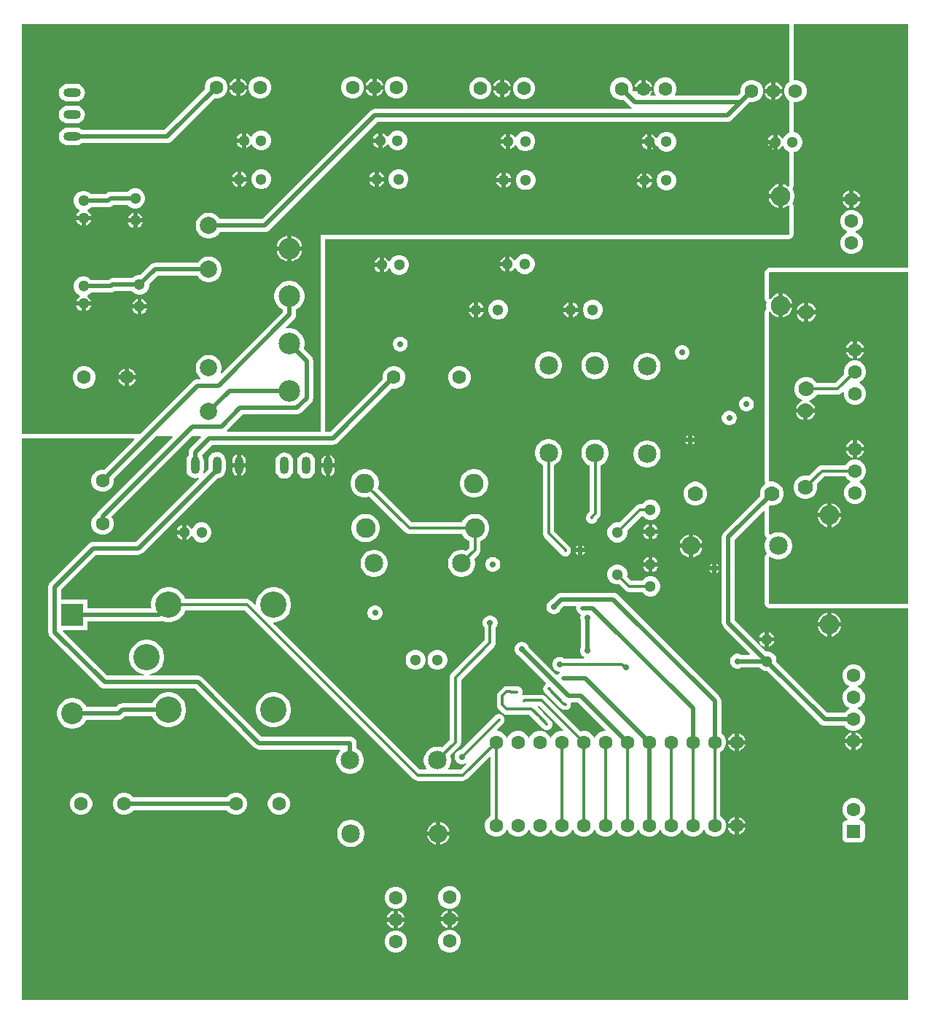
<source format=gbl>
G04*
G04 #@! TF.GenerationSoftware,Altium Limited,Altium Designer,23.7.1 (13)*
G04*
G04 Layer_Physical_Order=4*
G04 Layer_Color=16711680*
%FSTAX44Y44*%
%MOMM*%
G71*
G04*
G04 #@! TF.SameCoordinates,65A94E3A-F732-46F6-9CE8-1871680BC999*
G04*
G04*
G04 #@! TF.FilePolarity,Positive*
G04*
G01*
G75*
%ADD10C,0.3000*%
%ADD50C,0.5000*%
%ADD51C,1.6000*%
%ADD52C,1.3000*%
%ADD53C,2.1590*%
%ADD54C,1.7780*%
%ADD55C,2.2860*%
%ADD56O,1.0160X2.0320*%
%ADD57C,2.5000*%
%ADD58C,2.5400*%
%ADD59R,2.5400X2.5400*%
%ADD60C,2.0000*%
G04:AMPARAMS|DCode=61|XSize=1.6mm|YSize=1.6mm|CornerRadius=0.08mm|HoleSize=0mm|Usage=FLASHONLY|Rotation=90.000|XOffset=0mm|YOffset=0mm|HoleType=Round|Shape=RoundedRectangle|*
%AMROUNDEDRECTD61*
21,1,1.6000,1.4400,0,0,90.0*
21,1,1.4400,1.6000,0,0,90.0*
1,1,0.1600,0.7200,0.7200*
1,1,0.1600,0.7200,-0.7200*
1,1,0.1600,-0.7200,-0.7200*
1,1,0.1600,-0.7200,0.7200*
%
%ADD61ROUNDEDRECTD61*%
%ADD62O,2.0320X1.0160*%
%ADD63C,3.0480*%
%ADD64C,0.7000*%
G36*
X015245Y01243067D02*
X01523868Y01242702D01*
X01521448Y01240282D01*
X01519736Y01237318D01*
X0151885Y01234011D01*
Y01230588D01*
X01519736Y01227282D01*
X01521448Y01224318D01*
X01523868Y01221897D01*
X015245Y01221532D01*
Y01183834D01*
X01524061Y01183716D01*
X01521439Y01182202D01*
X01519298Y01180061D01*
X01517784Y01177439D01*
X01516425Y01177274D01*
X01515702Y01178526D01*
X01514026Y01180202D01*
X01511974Y01181387D01*
X01511Y01181647D01*
Y01173D01*
Y01164352D01*
X01511974Y01164613D01*
X01514026Y01165798D01*
X01515702Y01167474D01*
X01516425Y01168726D01*
X01517784Y01168561D01*
X01519298Y01165939D01*
X01521439Y01163798D01*
X01524061Y01162284D01*
X015245Y01162166D01*
Y01121859D01*
X01523327Y01121373D01*
X01523053Y01121647D01*
X01519877Y01123481D01*
X01517Y01124252D01*
Y011105D01*
Y01096749D01*
X01519877Y0109752D01*
X01523053Y01099353D01*
X01523327Y01099627D01*
X015245Y01099141D01*
Y010655D01*
X00980734D01*
X0098025Y01065015D01*
Y00836875D01*
X00871793D01*
X00871267Y00838145D01*
X0088992Y00856797D01*
X009525D01*
X00954458Y00857055D01*
X00956282Y00857811D01*
X00957849Y00859013D01*
X00969533Y00870697D01*
X00969533Y00870697D01*
X00970735Y00872264D01*
X00971491Y00874088D01*
X00971749Y00876046D01*
Y00919316D01*
X00971749Y00919316D01*
X00971491Y00921274D01*
X00970735Y00923099D01*
X00969533Y00924666D01*
X00969533Y00924666D01*
X00960527Y00933671D01*
X00960828Y00934396D01*
X009615Y00937777D01*
Y00941224D01*
X00960828Y00944605D01*
X00959508Y0094779D01*
X00957593Y00950656D01*
X00955156Y00953093D01*
X0095229Y00955009D01*
X00949105Y00956328D01*
X00945724Y00957D01*
X00942277D01*
X00940424Y00956632D01*
X00939798Y00957802D01*
X00949349Y00967353D01*
X00950551Y0096892D01*
X00951307Y00970744D01*
X00951565Y00972702D01*
Y00978691D01*
X0095229Y00978992D01*
X00955156Y00980907D01*
X00957593Y00983344D01*
X00959508Y0098621D01*
X00960828Y00989395D01*
X009615Y00992776D01*
Y00996224D01*
X00960828Y00999604D01*
X00959508Y01002789D01*
X00957593Y01005656D01*
X00955156Y01008093D01*
X0095229Y01010008D01*
X00949105Y01011327D01*
X00945724Y01012D01*
X00942277D01*
X00938896Y01011327D01*
X00935711Y01010008D01*
X00932844Y01008093D01*
X00930407Y01005656D01*
X00928492Y01002789D01*
X00927173Y00999604D01*
X009265Y00996224D01*
Y00992776D01*
X00927173Y00989395D01*
X00928492Y0098621D01*
X00930407Y00983344D01*
X00932844Y00980907D01*
X00935711Y00978992D01*
X00936435Y00978691D01*
Y00975836D01*
X00865217Y00904617D01*
X0086414Y00905336D01*
X00864674Y00906625D01*
X0086525Y00909523D01*
Y00912477D01*
X00864674Y00915375D01*
X00863543Y00918105D01*
X00861901Y00920562D01*
X00859812Y00922651D01*
X00857355Y00924293D01*
X00854626Y00925424D01*
X00851728Y00926D01*
X00848773D01*
X00845875Y00925424D01*
X00843145Y00924293D01*
X00840688Y00922651D01*
X00838599Y00920562D01*
X00836957Y00918105D01*
X00835827Y00915375D01*
X0083525Y00912477D01*
Y00909523D01*
X00835827Y00906625D01*
X00836957Y00903895D01*
X00838599Y00901438D01*
X00840688Y00899349D01*
X00841135Y0089905D01*
X00840767Y00897835D01*
X0083727D01*
X0083727Y00897835D01*
X00835312Y00897577D01*
X00833487Y00896821D01*
X00831921Y00895619D01*
X00770302Y00834D01*
X00633618D01*
Y01309883D01*
X015245D01*
Y01243067D01*
D02*
G37*
G36*
X01662883Y00637373D02*
X01501391D01*
Y00691131D01*
X01502661Y0069181D01*
X01504618Y00690503D01*
X01507493Y00689312D01*
X01510544Y00688705D01*
X01513656D01*
X01516707Y00689312D01*
X01519582Y00690503D01*
X01522169Y00692231D01*
X01524369Y00694431D01*
X01526097Y00697018D01*
X01527288Y00699893D01*
X01527895Y00702944D01*
Y00706056D01*
X01527288Y00709107D01*
X01526097Y00711982D01*
X01524369Y00714569D01*
X01522169Y00716769D01*
X01519582Y00718497D01*
X01516707Y00719688D01*
X01513656Y00720295D01*
X01510544D01*
X01507493Y00719688D01*
X01504618Y00718497D01*
X01502661Y0071719D01*
X01501391Y00717868D01*
Y00750138D01*
X01502661Y00751113D01*
X01502671Y0075111D01*
X01506329D01*
X01509861Y00752057D01*
X01513029Y00753885D01*
X01515615Y00756472D01*
X01517443Y00759639D01*
X0151839Y00763172D01*
Y00766829D01*
X01517443Y00770362D01*
X01515615Y00773529D01*
X01513029Y00776115D01*
X01509861Y00777944D01*
X01506329Y0077889D01*
X01502671D01*
X01502399Y00778817D01*
X01501391Y0077959D01*
Y00975805D01*
X01502661Y00976145D01*
X01503353Y00974947D01*
X01505947Y00972353D01*
X01509123Y00970519D01*
X01512Y00969749D01*
Y009835D01*
Y00997252D01*
X01509123Y00996481D01*
X01505947Y00994647D01*
X01503353Y00992053D01*
X01502661Y00990855D01*
X01501391Y00991196D01*
Y01021091D01*
X01501018Y01021464D01*
X01501964Y0102241D01*
X01662883D01*
Y00637373D01*
D02*
G37*
G36*
Y01027507D02*
X01501964D01*
X01500013Y0102712D01*
X01498359Y01026014D01*
X01497413Y01025069D01*
X01496308Y01023415D01*
X0149592Y01021464D01*
X01496293Y01019587D01*
Y00991196D01*
X01496359Y00990866D01*
X01496337Y0099053D01*
X01496551Y00989899D01*
X01496682Y00989245D01*
X01496868Y00988965D01*
X01496976Y00988646D01*
X01497416Y00988145D01*
X01497787Y00987591D01*
X01498066Y00987404D01*
X01498288Y00987151D01*
X01498458Y00987067D01*
X0149807Y00985118D01*
Y00981882D01*
X01498458Y00979933D01*
X01498288Y00979849D01*
X01498066Y00979596D01*
X01497787Y0097941D01*
X01497416Y00978855D01*
X01496976Y00978354D01*
X01496868Y00978035D01*
X01496682Y00977756D01*
X01496551Y00977102D01*
X01496337Y0097647D01*
X01496359Y00976135D01*
X01496293Y00975805D01*
Y0077959D01*
X01496359Y00779261D01*
X01496337Y00778925D01*
X01496551Y00778294D01*
X01496682Y00777639D01*
X01496319Y00776316D01*
X01495971Y00776115D01*
X01493385Y00773529D01*
X01491557Y00770362D01*
X0149061Y00766829D01*
Y00763172D01*
X01490898Y00762096D01*
X01448651Y00719849D01*
X01447449Y00718283D01*
X01446693Y00716458D01*
X01446435Y00714501D01*
Y00615D01*
X01446693Y00613042D01*
X01447449Y00611218D01*
X01448651Y00609651D01*
X01479064Y00579238D01*
X01478578Y00578065D01*
X01468397D01*
X0146778Y00578421D01*
X01465618Y00579D01*
X0146338D01*
X01461219Y00578421D01*
X0145928Y00577302D01*
X01457698Y00575719D01*
X01456579Y00573781D01*
X01455999Y00571619D01*
Y00569381D01*
X01456579Y00567219D01*
X01457698Y00565281D01*
X0145928Y00563699D01*
X01461219Y00562579D01*
X0146338Y00562D01*
X01465618D01*
X0146778Y00562579D01*
X01468397Y00562936D01*
X01489801D01*
X01491439Y00561298D01*
X01494061Y00559784D01*
X01496986Y00559D01*
X01499302D01*
X01560651Y00497651D01*
X01560651Y00497651D01*
X01562218Y00496449D01*
X01564043Y00495693D01*
X01566Y00495435D01*
X01566001Y00495435D01*
X01588856D01*
X01589097Y00495018D01*
X01591518Y00492597D01*
X01594482Y00490886D01*
X01597789Y0049D01*
X01601212D01*
X01604518Y00490886D01*
X01607482Y00492597D01*
X01609902Y00495018D01*
X01611614Y00497982D01*
X016125Y00501288D01*
Y00504711D01*
X01611614Y00508018D01*
X01609902Y00510982D01*
X01607482Y00513402D01*
X01604687Y00515016D01*
X01604596Y005157D01*
X01604687Y00516383D01*
X01607482Y00517997D01*
X01609902Y00520418D01*
X01611614Y00523382D01*
X016125Y00526688D01*
Y00530111D01*
X01611614Y00533418D01*
X01609902Y00536382D01*
X01607482Y00538802D01*
X01604687Y00540416D01*
X01604596Y005411D01*
X01604687Y00541783D01*
X01607482Y00543397D01*
X01609902Y00545818D01*
X01611614Y00548782D01*
X016125Y00552088D01*
Y00555511D01*
X01611614Y00558818D01*
X01609902Y00561782D01*
X01607482Y00564202D01*
X01604518Y00565914D01*
X01601212Y005668D01*
X01597789D01*
X01594482Y00565914D01*
X01591518Y00564202D01*
X01589097Y00561782D01*
X01587386Y00558818D01*
X015865Y00555511D01*
Y00552088D01*
X01587386Y00548782D01*
X01589097Y00545818D01*
X01591518Y00543397D01*
X01594313Y00541783D01*
X01594404Y005411D01*
X01594313Y00540416D01*
X01591518Y00538802D01*
X01589097Y00536382D01*
X01587386Y00533418D01*
X015865Y00530111D01*
Y00526688D01*
X01587386Y00523382D01*
X01589097Y00520418D01*
X01591518Y00517997D01*
X01594313Y00516383D01*
X01594404Y005157D01*
X01594313Y00515016D01*
X01591518Y00513402D01*
X01589097Y00510982D01*
X01588856Y00510564D01*
X01569134D01*
X0151Y00569698D01*
Y00572014D01*
X01509216Y00574939D01*
X01507702Y00577561D01*
X01505561Y00579702D01*
X01502939Y00581217D01*
X01500014Y00582D01*
X01497698D01*
X01461565Y00618134D01*
Y00711367D01*
X0149512Y00744922D01*
X01496293Y00744436D01*
Y00717868D01*
X0149644Y00717134D01*
X01496513Y00716389D01*
X01496632Y00716166D01*
X01496682Y00715918D01*
X01497097Y00715295D01*
X01497451Y00714634D01*
X01497646Y00714474D01*
X01497787Y00714264D01*
X01498409Y00713848D01*
X01498988Y00713373D01*
X01499Y00713325D01*
X01498103Y00711982D01*
X01496912Y00709107D01*
X01496305Y00706056D01*
Y00702944D01*
X01496912Y00699893D01*
X01498103Y00697018D01*
X01499Y00695675D01*
X01498988Y00695627D01*
X01498409Y00695152D01*
X01497787Y00694736D01*
X01497646Y00694526D01*
X01497451Y00694365D01*
X01497097Y00693705D01*
X01496682Y00693082D01*
X01496632Y00692834D01*
X01496513Y00692611D01*
X0149644Y00691866D01*
X01496293Y00691131D01*
Y00637373D01*
X01496682Y00635423D01*
X01497787Y00633769D01*
X0149944Y00632663D01*
X01501391Y00632275D01*
X01662883D01*
Y00177618D01*
X00633618D01*
Y00828902D01*
X00763544D01*
X00764031Y00827729D01*
X00729177Y00792875D01*
X00728711Y00793D01*
X00725288D01*
X00721982Y00792114D01*
X00719018Y00790403D01*
X00716597Y00787982D01*
X00714886Y00785018D01*
X00714Y00781711D01*
Y00778288D01*
X00714886Y00774982D01*
X00716597Y00772018D01*
X00719018Y00769597D01*
X00721982Y00767886D01*
X00725288Y00767D01*
X00728711D01*
X00732018Y00767886D01*
X00734982Y00769597D01*
X00737402Y00772018D01*
X00739114Y00774982D01*
X0074Y00778288D01*
Y00781711D01*
X00739875Y00782177D01*
X00789392Y00831694D01*
X00807906D01*
X00808392Y0083052D01*
X00721651Y00743779D01*
X00720449Y00742212D01*
X00719913Y0074092D01*
X00719018Y00740403D01*
X00716597Y00737982D01*
X00714886Y00735018D01*
X00714Y00731712D01*
Y00728289D01*
X00714886Y00724982D01*
X00716597Y00722018D01*
X00719018Y00719597D01*
X00721982Y00717886D01*
X00725288Y00717D01*
X00728711D01*
X00732018Y00717886D01*
X00734982Y00719597D01*
X00737402Y00722018D01*
X00739114Y00724982D01*
X0074Y00728289D01*
Y00731712D01*
X00739114Y00735018D01*
X00737402Y00737982D01*
X00737326Y00738058D01*
X00830962Y00831694D01*
X00840926D01*
X00841412Y0083052D01*
X00829251Y00818359D01*
X00828049Y00816793D01*
X00827293Y00814968D01*
X00827036Y0081301D01*
Y0080978D01*
X00825796Y00808163D01*
X0082478Y00805711D01*
X00824433Y0080308D01*
Y0079292D01*
X0082478Y00790288D01*
X00825796Y00787836D01*
X00827411Y00785731D01*
X00829517Y00784115D01*
X00831969Y00783099D01*
X008346Y00782753D01*
X00837232Y00783099D01*
X0083789Y00783372D01*
X0083861Y00782296D01*
X00765427Y00709113D01*
X0071628D01*
X0071628Y00709113D01*
X00714322Y00708855D01*
X00712498Y00708099D01*
X00710931Y00706897D01*
X00666227Y00662193D01*
X00665025Y00660626D01*
X00664269Y00658802D01*
X00664011Y00656844D01*
Y00604012D01*
X00664269Y00602054D01*
X00665025Y0060023D01*
X00666227Y00598663D01*
X00724139Y00540751D01*
X00725706Y00539549D01*
X0072753Y00538793D01*
X00728509Y00538664D01*
X00729488Y00538535D01*
X00729488Y00538535D01*
X00835067D01*
X00903463Y00470139D01*
X00903463Y00470139D01*
X0090503Y00468937D01*
X00906854Y00468181D01*
X00908812Y00467923D01*
X00908812Y00467923D01*
X01002689D01*
X01003215Y00466653D01*
X01002131Y00465569D01*
X01000403Y00462982D01*
X00999212Y00460107D01*
X00998605Y00457056D01*
Y00453945D01*
X00999212Y00450893D01*
X01000403Y00448018D01*
X01002131Y00445432D01*
X01004331Y00443231D01*
X01006918Y00441503D01*
X01009793Y00440312D01*
X01012844Y00439705D01*
X01015956D01*
X01019007Y00440312D01*
X01021881Y00441503D01*
X01024469Y00443231D01*
X01026669Y00445432D01*
X01028397Y00448018D01*
X01029588Y00450893D01*
X01030195Y00453945D01*
Y00457056D01*
X01029588Y00460107D01*
X01028397Y00462982D01*
X01026669Y00465569D01*
X01024469Y00467769D01*
X01021964Y00469442D01*
Y00475488D01*
X01021707Y00477446D01*
X01020951Y0047927D01*
X01019749Y00480837D01*
X01018182Y00482039D01*
X01016358Y00482795D01*
X010144Y00483053D01*
X00911945D01*
X00843549Y00551449D01*
X00841982Y00552651D01*
X00840158Y00553407D01*
X008382Y00553665D01*
X00781336D01*
X00781211Y00554935D01*
X00784244Y00555538D01*
X00787927Y00557064D01*
X00791242Y00559279D01*
X00794061Y00562098D01*
X00796276Y00565413D01*
X00797802Y00569096D01*
X0079858Y00573007D01*
Y00576994D01*
X00797802Y00580904D01*
X00796276Y00584587D01*
X00794061Y00587902D01*
X00791242Y00590722D01*
X00787927Y00592937D01*
X00784244Y00594462D01*
X00780333Y0059524D01*
X00776346D01*
X00772436Y00594462D01*
X00768753Y00592937D01*
X00765438Y00590722D01*
X00762618Y00587902D01*
X00760403Y00584587D01*
X00758878Y00580904D01*
X007581Y00576994D01*
Y00573007D01*
X00758878Y00569096D01*
X00760403Y00565413D01*
X00762618Y00562098D01*
X00765438Y00559279D01*
X00768753Y00557064D01*
X00772436Y00555538D01*
X00775469Y00554935D01*
X00775344Y00553665D01*
X00732621D01*
X00680859Y00605427D01*
X00681346Y006066D01*
X007097D01*
Y00616735D01*
X0079208D01*
X00794038Y00616993D01*
X00795339Y00617532D01*
X00797836Y00616498D01*
X00801746Y0061572D01*
X00805733D01*
X00809644Y00616498D01*
X00813327Y00618024D01*
X00816642Y00620239D01*
X00819461Y00623058D01*
X00821676Y00626373D01*
X00822932Y00629404D01*
X00892199D01*
X01088034Y00433569D01*
X01089392Y00432528D01*
X01090973Y00431873D01*
X0109267Y00431649D01*
X01145905D01*
X01147602Y00431873D01*
X01149183Y00432528D01*
X01150541Y00433569D01*
X01176471Y00459499D01*
X01177644Y00459013D01*
Y00390726D01*
X01176218Y00389902D01*
X01173798Y00387482D01*
X01172086Y00384518D01*
X011712Y00381211D01*
Y00377788D01*
X01172086Y00374482D01*
X01173798Y00371518D01*
X01176218Y00369097D01*
X01179183Y00367386D01*
X01182489Y003665D01*
X01185912D01*
X01189218Y00367386D01*
X01192182Y00369097D01*
X01194603Y00371518D01*
X01196217Y00374313D01*
X011969Y00374404D01*
X01197584Y00374313D01*
X01199198Y00371518D01*
X01201618Y00369097D01*
X01204583Y00367386D01*
X01207889Y003665D01*
X01211312D01*
X01214618Y00367386D01*
X01217582Y00369097D01*
X01220003Y00371518D01*
X01221617Y00374313D01*
X012223Y00374404D01*
X01222984Y00374313D01*
X01224598Y00371518D01*
X01227018Y00369097D01*
X01229983Y00367386D01*
X01233289Y003665D01*
X01236712D01*
X01240018Y00367386D01*
X01242982Y00369097D01*
X01245403Y00371518D01*
X01247017Y00374313D01*
X012477Y00374404D01*
X01248384Y00374313D01*
X01249998Y00371518D01*
X01252418Y00369097D01*
X01255383Y00367386D01*
X01258689Y003665D01*
X01262112D01*
X01265418Y00367386D01*
X01268382Y00369097D01*
X01270803Y00371518D01*
X01272417Y00374313D01*
X012731Y00374404D01*
X01273784Y00374313D01*
X01275398Y00371518D01*
X01277818Y00369097D01*
X01280782Y00367386D01*
X01284089Y003665D01*
X01287512D01*
X01290818Y00367386D01*
X01293783Y00369097D01*
X01296203Y00371518D01*
X01297817Y00374313D01*
X012985Y00374404D01*
X01299184Y00374313D01*
X01300798Y00371518D01*
X01303218Y00369097D01*
X01306183Y00367386D01*
X01309489Y003665D01*
X01312912D01*
X01316218Y00367386D01*
X01319182Y00369097D01*
X01321603Y00371518D01*
X01323217Y00374313D01*
X013239Y00374404D01*
X01324584Y00374313D01*
X01326198Y00371518D01*
X01328618Y00369097D01*
X01331582Y00367386D01*
X01334889Y003665D01*
X01338312D01*
X01341618Y00367386D01*
X01344583Y00369097D01*
X01347003Y00371518D01*
X01348617Y00374313D01*
X013493Y00374404D01*
X01349984Y00374313D01*
X01351598Y00371518D01*
X01354018Y00369097D01*
X01356983Y00367386D01*
X01360289Y003665D01*
X01363712D01*
X01367018Y00367386D01*
X01369982Y00369097D01*
X01372403Y00371518D01*
X01374017Y00374313D01*
X013747Y00374404D01*
X01375384Y00374313D01*
X01376998Y00371518D01*
X01379418Y00369097D01*
X01382383Y00367386D01*
X01385689Y003665D01*
X01389112D01*
X01392418Y00367386D01*
X01395383Y00369097D01*
X01397803Y00371518D01*
X01399417Y00374313D01*
X014001Y00374404D01*
X01400784Y00374313D01*
X01402398Y00371518D01*
X01404818Y00369097D01*
X01407782Y00367386D01*
X01411089Y003665D01*
X01414512D01*
X01417818Y00367386D01*
X01420782Y00369097D01*
X01423203Y00371518D01*
X01424817Y00374313D01*
X014255Y00374404D01*
X01426184Y00374313D01*
X01427798Y00371518D01*
X01430218Y00369097D01*
X01433183Y00367386D01*
X01436489Y003665D01*
X01439912D01*
X01443218Y00367386D01*
X01446183Y00369097D01*
X01448603Y00371518D01*
X01450314Y00374482D01*
X014512Y00377788D01*
Y00381211D01*
X01450314Y00384518D01*
X01448603Y00387482D01*
X01446183Y00389902D01*
X01444756Y00390726D01*
X01444756Y00465274D01*
X01446182Y00466097D01*
X01448602Y00468518D01*
X01450314Y00471482D01*
X014512Y00474789D01*
Y00478211D01*
X01450314Y00481518D01*
X01448602Y00484482D01*
X01446182Y00486903D01*
X01445764Y00487144D01*
Y00524458D01*
X01445764Y00524458D01*
X01445507Y00526416D01*
X01444751Y00528241D01*
X01443549Y00529807D01*
X01325641Y00647715D01*
X01324074Y00648917D01*
X0132225Y00649673D01*
X01320292Y00649931D01*
X0125984D01*
X0125984Y00649931D01*
X01257882Y00649673D01*
X01256058Y00648917D01*
X01254491Y00647715D01*
X01254491Y00647715D01*
X01248611Y00641835D01*
X01247923Y00641651D01*
X01245985Y00640532D01*
X01244402Y00638949D01*
X01243283Y00637011D01*
X01242704Y00634849D01*
Y00632611D01*
X01243283Y00630449D01*
X01244402Y00628511D01*
X01245985Y00626928D01*
X01247923Y00625809D01*
X01250085Y0062523D01*
X01252323D01*
X01254485Y00625809D01*
X01256423Y00626928D01*
X01258006Y00628511D01*
X01259125Y00630449D01*
X01259309Y00631137D01*
X01262973Y00634801D01*
X01276392D01*
X01277334Y00633531D01*
X0127717Y00632291D01*
X01277428Y00630334D01*
X01278184Y00628509D01*
X01279386Y00626942D01*
X01280953Y0062574D01*
X01281626Y00625461D01*
X01282579Y00624572D01*
X01282387Y00623855D01*
X01282Y0062241D01*
Y00620172D01*
X01282579Y0061801D01*
X01282935Y00617394D01*
Y00586398D01*
X01282579Y00585781D01*
X01282Y00583619D01*
Y00581381D01*
X01282579Y00579219D01*
X01283698Y00577281D01*
X01285281Y00575699D01*
X01286792Y00574826D01*
X01286451Y00573556D01*
X01263465D01*
X01263219Y00573802D01*
X01261281Y00574921D01*
X01259119Y005755D01*
X01256881D01*
X01254719Y00574921D01*
X01252781Y00573802D01*
X01251198Y00572219D01*
X01250079Y00570281D01*
X012495Y00568119D01*
Y00565881D01*
X01250079Y00563719D01*
X01251198Y00561781D01*
X01252781Y00560198D01*
X01254719Y00559079D01*
X01256881Y005585D01*
X01257877D01*
X01258167Y00557328D01*
X01258155Y0055723D01*
X01256618Y00556051D01*
X01255891Y00555103D01*
X0125431Y00554888D01*
X01222105Y00587093D01*
X01221921Y00587781D01*
X01220802Y00589719D01*
X01219219Y00591301D01*
X01217281Y00592421D01*
X01215119Y00593D01*
X01212881D01*
X01210719Y00592421D01*
X01208781Y00591301D01*
X01207198Y00589719D01*
X01206079Y00587781D01*
X012055Y00585619D01*
Y00583381D01*
X01206079Y00581219D01*
X01207198Y00579281D01*
X01208781Y00577698D01*
X01210719Y00576579D01*
X01211407Y00576395D01*
X01242082Y0054572D01*
X01241933Y00544072D01*
X01241362Y00543634D01*
X01240862Y00543133D01*
X01240333Y00542443D01*
X01239822Y00541778D01*
X01239822Y00541776D01*
X01239821Y00541775D01*
X01239497Y00540993D01*
X01239167Y00540197D01*
X01239167Y00540195D01*
X01239167Y00540193D01*
X01239055Y00539344D01*
X01238944Y005385D01*
X01238944Y00538498D01*
X01238944Y00538497D01*
X01239056Y00537652D01*
X01239167Y00536803D01*
X01239168Y00536801D01*
X01239168Y005368D01*
X01239491Y00536022D01*
X01239822Y00535222D01*
X01239824Y0053522D01*
X01239824Y00535219D01*
X01240356Y00534527D01*
X01240864Y00533864D01*
X01240867Y00533862D01*
X01240867Y00533862D01*
X01240867Y00533862D01*
X01258099Y0051663D01*
X0125844Y00516368D01*
X01258743Y00516064D01*
X01259116Y00515849D01*
X01259457Y00515588D01*
X01259854Y00515423D01*
X01260226Y00515208D01*
X01262074Y00514443D01*
X01263727Y00514D01*
X01265438Y00514D01*
X01267092Y00514443D01*
X01268574Y00515299D01*
X01269784Y00516509D01*
X0127064Y00517991D01*
X01271083Y00519644D01*
Y00521355D01*
X01270929Y00521928D01*
X01271702Y00522935D01*
X01279466D01*
X01311728Y00490673D01*
X01311242Y004895D01*
X01309488D01*
X01306182Y00488614D01*
X01303218Y00486903D01*
X01300797Y00484482D01*
X01299183Y00481687D01*
X012985Y00481596D01*
X01297816Y00481687D01*
X01296202Y00484482D01*
X01293782Y00486903D01*
X01290818Y00488614D01*
X01287511Y004895D01*
X01284088D01*
X01282498Y00489074D01*
X01241935Y00529636D01*
X01240578Y00530678D01*
X01238996Y00531333D01*
X01237299Y00531556D01*
X012175D01*
X01215803Y00531333D01*
X01215103Y00531043D01*
X01214131Y00532015D01*
X01214567Y00533069D01*
X01214791Y00534766D01*
X01214567Y00536462D01*
X01213913Y00538044D01*
X01212871Y00539401D01*
X01211513Y00540443D01*
X01209932Y00541098D01*
X01208235Y00541322D01*
X01202642D01*
X01202614Y00541333D01*
X01200918Y00541556D01*
X01196358D01*
X01194661Y00541333D01*
X0119308Y00540678D01*
X01191722Y00539636D01*
X01186864Y00534778D01*
X01185822Y0053342D01*
X01185167Y00531839D01*
X01184944Y00530142D01*
Y00519858D01*
X01184944Y00519858D01*
Y00519858D01*
X01184997Y00519455D01*
X01185167Y00518161D01*
X01185167Y00518161D01*
X01185167Y00518161D01*
X01185543Y00517254D01*
X01185822Y0051658D01*
X01185822Y0051658D01*
X01185822Y0051658D01*
X01186559Y00515619D01*
X01186864Y00515222D01*
X01186864Y00515222D01*
X01186864Y00515222D01*
X01191723Y00510364D01*
X01192699Y00509615D01*
X0119308Y00509323D01*
X0119308Y00509323D01*
X01193081Y00509322D01*
X01194073Y00508912D01*
X01194661Y00508668D01*
X01194662Y00508667D01*
X01194662Y00508667D01*
X01195577Y00508547D01*
X01196358Y00508444D01*
X01222785D01*
X01228498Y00502731D01*
X01229364Y00501602D01*
X01238602Y00492364D01*
X01239959Y00491322D01*
X01241541Y00490667D01*
X01243237Y00490444D01*
X01244934Y00490667D01*
X01246515Y00491322D01*
X01247873Y00492364D01*
X01248915Y00493722D01*
X0124957Y00495303D01*
X01249794Y00497D01*
X0124957Y00498696D01*
X01248915Y00500278D01*
X01247874Y00501636D01*
X01239502Y00510007D01*
X01238636Y00511136D01*
X01232502Y00517271D01*
X01232988Y00518444D01*
X01234584D01*
X01262362Y00490666D01*
X01261732Y004895D01*
X01258688D01*
X01255382Y00488614D01*
X01252418Y00486903D01*
X01249997Y00484482D01*
X01248383Y00481687D01*
X012477Y00481596D01*
X01247016Y00481687D01*
X01245402Y00484482D01*
X01242982Y00486903D01*
X01240018Y00488614D01*
X01236711Y004895D01*
X01233288D01*
X01229982Y00488614D01*
X01227018Y00486903D01*
X01224597Y00484482D01*
X01222983Y00481687D01*
X012223Y00481596D01*
X01221616Y00481687D01*
X01220002Y00484482D01*
X01217582Y00486903D01*
X01214618Y00488614D01*
X01211311Y004895D01*
X01207888D01*
X01204582Y00488614D01*
X01201618Y00486903D01*
X01199197Y00484482D01*
X01197583Y00481687D01*
X011969Y00481596D01*
X01196216Y00481687D01*
X01194602Y00484482D01*
X01192182Y00486903D01*
X01189218Y00488614D01*
X01185911Y004895D01*
X0118539D01*
X01184904Y00490673D01*
X01192094Y00497864D01*
X01193136Y00499222D01*
X01193791Y00500803D01*
X01194015Y005025D01*
X01193791Y00504197D01*
X01193136Y00505778D01*
X01192094Y00507136D01*
X01190737Y00508178D01*
X01189156Y00508833D01*
X01187459Y00509056D01*
X01185762Y00508833D01*
X01184181Y00508178D01*
X01182823Y00507136D01*
X01143728Y00468041D01*
X01143381D01*
X01141219Y00467462D01*
X01139281Y00466343D01*
X01137698Y00464761D01*
X01136579Y00462822D01*
X01136Y0046066D01*
Y00458422D01*
X01136579Y0045626D01*
X01137698Y00454322D01*
X01139281Y0045274D01*
X01141219Y00451621D01*
X01143381Y00451041D01*
X01145619D01*
X01147781Y00451621D01*
X01148897Y00452265D01*
X01149677Y00451249D01*
X0114319Y00444761D01*
X01129348D01*
X01128669Y00446031D01*
X01129997Y00448018D01*
X01131188Y00450893D01*
X01131795Y00453945D01*
Y00457056D01*
X01131188Y00460107D01*
X01130804Y00461033D01*
X01141636Y00471865D01*
X01142678Y00473222D01*
X01143333Y00474804D01*
X01143556Y004765D01*
Y00548784D01*
X01181886Y00587115D01*
X01182928Y00588472D01*
X01183583Y00590054D01*
X01183806Y0059175D01*
Y00609535D01*
X01184052Y00609781D01*
X01185171Y00611719D01*
X0118575Y00613881D01*
Y00616119D01*
X01185171Y00618281D01*
X01184052Y00620219D01*
X01182469Y00621802D01*
X01180531Y00622921D01*
X01178369Y006235D01*
X01176131D01*
X01173969Y00622921D01*
X01172031Y00621802D01*
X01170449Y00620219D01*
X0116933Y00618281D01*
X0116875Y00616119D01*
Y00613881D01*
X0116933Y00611719D01*
X01170449Y00609781D01*
X01170694Y00609535D01*
Y00594466D01*
X01132364Y00556136D01*
X01131322Y00554778D01*
X01130667Y00553197D01*
X01130444Y005515D01*
Y00479216D01*
X01121533Y00470305D01*
X01120607Y00470688D01*
X01117555Y00471295D01*
X01114444D01*
X01111393Y00470688D01*
X01108518Y00469498D01*
X01105931Y00467769D01*
X01103731Y00465569D01*
X01102002Y00462982D01*
X01100812Y00460107D01*
X01100205Y00457056D01*
Y00453945D01*
X01100812Y00450893D01*
X01102002Y00448018D01*
X0110333Y00446031D01*
X01102651Y00444761D01*
X01095386D01*
X009256Y00614547D01*
X00926086Y0061572D01*
X00927653D01*
X00931564Y00616498D01*
X00935247Y00618024D01*
X00938562Y00620239D01*
X00941381Y00623058D01*
X00943596Y00626373D01*
X00945122Y00630056D01*
X009459Y00633967D01*
Y00637954D01*
X00945122Y00641864D01*
X00943596Y00645547D01*
X00941381Y00648862D01*
X00938562Y00651682D01*
X00935247Y00653897D01*
X00931564Y00655422D01*
X00927653Y006562D01*
X00923666D01*
X00919756Y00655422D01*
X00916073Y00653897D01*
X00912758Y00651682D01*
X00909938Y00648862D01*
X00907723Y00645547D01*
X00906198Y00641864D01*
X0090542Y00637954D01*
Y00636386D01*
X00904247Y006359D01*
X0089955Y00640596D01*
X00898193Y00641638D01*
X00897538Y00641909D01*
X00896611Y00642293D01*
X00894915Y00642516D01*
X00822932D01*
X00821676Y00645547D01*
X00819461Y00648862D01*
X00816642Y00651682D01*
X00813327Y00653897D01*
X00809644Y00655422D01*
X00805733Y006562D01*
X00801746D01*
X00797836Y00655422D01*
X00794153Y00653897D01*
X00790838Y00651682D01*
X00788018Y00648862D01*
X00785803Y00645547D01*
X00784278Y00641864D01*
X007835Y00637954D01*
Y00633967D01*
X00783723Y00632846D01*
X00782917Y00631865D01*
X007097D01*
Y00642D01*
X00679141D01*
Y00653711D01*
X00719413Y00693983D01*
X0076856D01*
X00770518Y00694241D01*
X00772343Y00694997D01*
X00773909Y00696199D01*
X00860534Y00782823D01*
X00862632Y00783099D01*
X00865084Y00784115D01*
X00867189Y00785731D01*
X00868805Y00787836D01*
X00869821Y00790288D01*
X00870167Y0079292D01*
Y0080308D01*
X00869821Y00805711D01*
X00868805Y00808163D01*
X00867189Y00810269D01*
X00865084Y00811885D01*
X00862632Y008129D01*
X0086Y00813247D01*
X00857369Y008129D01*
X00854917Y00811885D01*
X00852811Y00810269D01*
X00851196Y00808163D01*
X0085018Y00805711D01*
X00849833Y0080308D01*
Y00793519D01*
X00845225Y00788911D01*
X00844148Y0078963D01*
X00844421Y00790288D01*
X00844767Y0079292D01*
Y0080308D01*
X00844421Y00805711D01*
X00843405Y00808163D01*
X00842165Y0080978D01*
Y00809877D01*
X00854033Y00821745D01*
X0099481D01*
X00996768Y00822003D01*
X00998592Y00822759D01*
X01000159Y00823961D01*
X01063323Y00887125D01*
X01063789Y00887D01*
X01067212D01*
X01070518Y00887886D01*
X01073482Y00889598D01*
X01075903Y00892018D01*
X01077614Y00894982D01*
X010785Y00898289D01*
Y00901712D01*
X01077614Y00905018D01*
X01075903Y00907982D01*
X01073482Y00910403D01*
X01070518Y00912114D01*
X01067212Y00913D01*
X01063789D01*
X01060482Y00912114D01*
X01057518Y00910403D01*
X01055098Y00907982D01*
X01053386Y00905018D01*
X010525Y00901712D01*
Y00898289D01*
X01052625Y00897823D01*
X00991676Y00836875D01*
X00985348D01*
Y01060402D01*
X015245D01*
X01526451Y0106079D01*
X01528105Y01061895D01*
X0152921Y01063549D01*
X01529598Y010655D01*
Y01099141D01*
X0152921Y01101092D01*
X01528592Y01102017D01*
X0152906Y01102718D01*
X01530298Y01105708D01*
X0153093Y01108882D01*
Y01112118D01*
X01530298Y01115293D01*
X0152906Y01118283D01*
X01528592Y01118983D01*
X0152921Y01119909D01*
X01529598Y01121859D01*
Y011615D01*
X01530014D01*
X01532939Y01162284D01*
X01535561Y01163798D01*
X01537702Y01165939D01*
X01539216Y01168561D01*
X0154Y01171486D01*
Y01174514D01*
X01539216Y01177439D01*
X01537702Y01180061D01*
X01535561Y01182202D01*
X01532939Y01183716D01*
X01530014Y011845D01*
X01529598D01*
Y01218885D01*
X01530139Y012193D01*
X01533562D01*
X01536868Y01220186D01*
X01539832Y01221897D01*
X01542253Y01224318D01*
X01543964Y01227282D01*
X0154485Y01230588D01*
Y01234011D01*
X01543964Y01237318D01*
X01542253Y01240282D01*
X01539832Y01242702D01*
X01536868Y01244414D01*
X01533562Y012453D01*
X01530139D01*
X01529598Y01245715D01*
Y01309883D01*
X01662883D01*
Y01027507D01*
D02*
G37*
%LPC*%
G36*
X01045315Y01246711D02*
Y0123901D01*
X01053016D01*
X010526Y01240563D01*
X01051217Y01242957D01*
X01049262Y01244912D01*
X01046868Y01246294D01*
X01045315Y01246711D01*
D02*
G37*
G36*
X01040315D02*
X01038762Y01246294D01*
X01036368Y01244912D01*
X01034413Y01242957D01*
X01033031Y01240563D01*
X01032615Y0123901D01*
X01040315D01*
Y01246711D01*
D02*
G37*
G36*
X00886883D02*
Y0123901D01*
X00894583D01*
X00894167Y01240563D01*
X00892785Y01242957D01*
X0089083Y01244912D01*
X00888436Y01246294D01*
X00886883Y01246711D01*
D02*
G37*
G36*
X00881883D02*
X0088033Y01246294D01*
X00877936Y01244912D01*
X00875981Y01242957D01*
X00874598Y01240563D01*
X00874182Y0123901D01*
X00881883D01*
Y01246711D01*
D02*
G37*
G36*
X0119368Y0124571D02*
Y0123801D01*
X01201381D01*
X01200965Y01239563D01*
X01199582Y01241957D01*
X01197627Y01243912D01*
X01195233Y01245294D01*
X0119368Y0124571D01*
D02*
G37*
G36*
X0118868D02*
X01187127Y01245294D01*
X01184733Y01243912D01*
X01182778Y01241957D01*
X01181396Y01239563D01*
X0118098Y0123801D01*
X0118868D01*
Y0124571D01*
D02*
G37*
G36*
X01357747Y0124521D02*
Y0123751D01*
X01365448D01*
X01365032Y01239063D01*
X01363649Y01241457D01*
X01361695Y01243412D01*
X013593Y01244794D01*
X01357747Y0124521D01*
D02*
G37*
G36*
X01352747D02*
X01351195Y01244794D01*
X013488Y01243412D01*
X01346845Y01241457D01*
X01345463Y01239063D01*
X01345047Y0123751D01*
X01352747D01*
Y0124521D01*
D02*
G37*
G36*
X0150895Y012425D02*
Y012348D01*
X01516651D01*
X01516234Y01236353D01*
X01514852Y01238747D01*
X01512897Y01240702D01*
X01510503Y01242084D01*
X0150895Y012425D01*
D02*
G37*
G36*
X0150395D02*
X01502397Y01242084D01*
X01500003Y01240702D01*
X01498048Y01238747D01*
X01496666Y01236353D01*
X0149625Y012348D01*
X0150395D01*
Y012425D01*
D02*
G37*
G36*
X01382359Y0124801D02*
X01378936D01*
X0137563Y01247124D01*
X01372665Y01245413D01*
X01370245Y01242992D01*
X01368533Y01240028D01*
X01367648Y01236721D01*
Y01233298D01*
X01368533Y01229992D01*
X01369517Y01228289D01*
X01368784Y01227019D01*
X01363765D01*
X01363279Y01228192D01*
X01363649Y01228563D01*
X01365032Y01230957D01*
X01365448Y0123251D01*
X01345047D01*
X01345122Y0123223D01*
X01343983Y01231572D01*
X01342723Y01232833D01*
X01342847Y01233298D01*
Y01236721D01*
X01341962Y01240028D01*
X0134025Y01242992D01*
X0133783Y01245413D01*
X01334865Y01247124D01*
X01331559Y0124801D01*
X01328136D01*
X0132483Y01247124D01*
X01321865Y01245413D01*
X01319445Y01242992D01*
X01317733Y01240028D01*
X01316848Y01236721D01*
Y01233298D01*
X01317733Y01229992D01*
X01319445Y01227028D01*
X01321865Y01224607D01*
X0132483Y01222896D01*
X01328136Y0122201D01*
X01331559D01*
X01332025Y01222135D01*
X01340054Y01214105D01*
X01341621Y01212903D01*
X01341882Y01212795D01*
X01341629Y01211525D01*
X01043432D01*
X01041474Y01211267D01*
X0103965Y01210511D01*
X01038083Y01209309D01*
X00912439Y01083665D01*
X00863236D01*
X00861901Y01085662D01*
X00859812Y01087751D01*
X00857355Y01089393D01*
X00854626Y01090524D01*
X00851728Y010911D01*
X00848773D01*
X00845875Y01090524D01*
X00843145Y01089393D01*
X00840688Y01087751D01*
X00838599Y01085662D01*
X00836957Y01083205D01*
X00835827Y01080475D01*
X0083525Y01077577D01*
Y01074623D01*
X00835827Y01071725D01*
X00836957Y01068995D01*
X00838599Y01066538D01*
X00840688Y01064449D01*
X00843145Y01062807D01*
X00845875Y01061676D01*
X00848773Y010611D01*
X00851728D01*
X00854626Y01061676D01*
X00857355Y01062807D01*
X00859812Y01064449D01*
X00861901Y01066538D01*
X00863236Y01068535D01*
X00915572D01*
X0091753Y01068793D01*
X00919354Y01069549D01*
X00920921Y01070751D01*
X01046565Y01196395D01*
X0145271D01*
X01454668Y01196653D01*
X01456493Y01197409D01*
X01458059Y01198611D01*
X01473553Y01214105D01*
X01473553Y01214105D01*
X01478873Y01219425D01*
X01479339Y012193D01*
X01482762D01*
X01486068Y01220186D01*
X01489032Y01221897D01*
X01491453Y01224318D01*
X01493164Y01227282D01*
X0149405Y01230588D01*
Y01234011D01*
X01493164Y01237318D01*
X01491453Y01240282D01*
X01489032Y01242702D01*
X01486068Y01244414D01*
X01482762Y012453D01*
X01479339D01*
X01476032Y01244414D01*
X01473068Y01242702D01*
X01470648Y01240282D01*
X01468936Y01237318D01*
X0146805Y01234011D01*
Y01230588D01*
X01468175Y01230123D01*
X01465071Y01227019D01*
X01392511D01*
X01391778Y01228289D01*
X01392762Y01229992D01*
X01393647Y01233298D01*
Y01236721D01*
X01392762Y01240028D01*
X0139105Y01242992D01*
X0138863Y01245413D01*
X01385665Y01247124D01*
X01382359Y0124801D01*
D02*
G37*
G36*
X01053016Y0123401D02*
X01045315D01*
Y0122631D01*
X01046868Y01226726D01*
X01049262Y01228108D01*
X01051217Y01230063D01*
X010526Y01232457D01*
X01053016Y0123401D01*
D02*
G37*
G36*
X01040315D02*
X01032615D01*
X01033031Y01232457D01*
X01034413Y01230063D01*
X01036368Y01228108D01*
X01038762Y01226726D01*
X01040315Y0122631D01*
Y0123401D01*
D02*
G37*
G36*
X00894583D02*
X00886883D01*
Y0122631D01*
X00888436Y01226726D01*
X0089083Y01228108D01*
X00892785Y01230063D01*
X00894167Y01232457D01*
X00894583Y0123401D01*
D02*
G37*
G36*
X00881883D02*
X00874182D01*
X00874598Y01232457D01*
X00875981Y01230063D01*
X00877936Y01228108D01*
X0088033Y01226726D01*
X00881883Y0122631D01*
Y0123401D01*
D02*
G37*
G36*
X01201381Y0123301D02*
X0119368D01*
Y01225309D01*
X01195233Y01225725D01*
X01197627Y01227108D01*
X01199582Y01229063D01*
X01200965Y01231457D01*
X01201381Y0123301D01*
D02*
G37*
G36*
X0118868D02*
X0118098D01*
X01181396Y01231457D01*
X01182778Y01229063D01*
X01184733Y01227108D01*
X01187127Y01225725D01*
X0118868Y01225309D01*
Y0123301D01*
D02*
G37*
G36*
X01069927Y0124951D02*
X01066504D01*
X01063197Y01248624D01*
X01060233Y01246913D01*
X01057813Y01244492D01*
X01056101Y01241528D01*
X01055215Y01238222D01*
Y01234799D01*
X01056101Y01231492D01*
X01057813Y01228528D01*
X01060233Y01226107D01*
X01063197Y01224396D01*
X01066504Y0122351D01*
X01069927D01*
X01073233Y01224396D01*
X01076197Y01226107D01*
X01078618Y01228528D01*
X01080329Y01231492D01*
X01081215Y01234799D01*
Y01238222D01*
X01080329Y01241528D01*
X01078618Y01244492D01*
X01076197Y01246913D01*
X01073233Y01248624D01*
X01069927Y0124951D01*
D02*
G37*
G36*
X01019127D02*
X01015704D01*
X01012398Y01248624D01*
X01009433Y01246913D01*
X01007013Y01244492D01*
X01005301Y01241528D01*
X01004415Y01238222D01*
Y01234799D01*
X01005301Y01231492D01*
X01007013Y01228528D01*
X01009433Y01226107D01*
X01012398Y01224396D01*
X01015704Y0122351D01*
X01019127D01*
X01022433Y01224396D01*
X01025397Y01226107D01*
X01027818Y01228528D01*
X01029529Y01231492D01*
X01030415Y01234799D01*
Y01238222D01*
X01029529Y01241528D01*
X01027818Y01244492D01*
X01025397Y01246913D01*
X01022433Y01248624D01*
X01019127Y0124951D01*
D02*
G37*
G36*
X00911494D02*
X00908071D01*
X00904765Y01248624D01*
X00901801Y01246913D01*
X0089938Y01244492D01*
X00897669Y01241528D01*
X00896783Y01238222D01*
Y01234799D01*
X00897669Y01231492D01*
X0089938Y01228528D01*
X00901801Y01226107D01*
X00904765Y01224396D01*
X00908071Y0122351D01*
X00911494D01*
X00914801Y01224396D01*
X00917765Y01226107D01*
X00920185Y01228528D01*
X00921897Y01231492D01*
X00922783Y01234799D01*
Y01238222D01*
X00921897Y01241528D01*
X00920185Y01244492D01*
X00917765Y01246913D01*
X00914801Y01248624D01*
X00911494Y0124951D01*
D02*
G37*
G36*
X00860694D02*
X00857271D01*
X00853965Y01248624D01*
X00851001Y01246913D01*
X0084858Y01244492D01*
X00846869Y01241528D01*
X00845983Y01238222D01*
Y01234799D01*
X00846108Y01234333D01*
X00799009Y01187235D01*
X0070321D01*
X00701594Y01188475D01*
X00699142Y01189491D01*
X0069651Y01189837D01*
X0068635D01*
X00683719Y01189491D01*
X00681267Y01188475D01*
X00679161Y01186859D01*
X00677545Y01184753D01*
X0067653Y01182301D01*
X00676183Y0117967D01*
X0067653Y01177039D01*
X00677545Y01174586D01*
X00679161Y01172481D01*
X00681267Y01170865D01*
X00683719Y01169849D01*
X0068635Y01169503D01*
X0069651D01*
X00699142Y01169849D01*
X00701594Y01170865D01*
X0070321Y01172105D01*
X00802143D01*
X00804101Y01172363D01*
X00805925Y01173119D01*
X00807492Y01174321D01*
X00856806Y01223635D01*
X00857271Y0122351D01*
X00860694D01*
X00864001Y01224396D01*
X00866965Y01226107D01*
X00869385Y01228528D01*
X00871097Y01231492D01*
X00871983Y01234799D01*
Y01238222D01*
X00871097Y01241528D01*
X00869385Y01244492D01*
X00866965Y01246913D01*
X00864001Y01248624D01*
X00860694Y0124951D01*
D02*
G37*
G36*
X01218292Y0124851D02*
X01214869D01*
X01211562Y01247624D01*
X01208598Y01245912D01*
X01206178Y01243492D01*
X01204466Y01240528D01*
X0120358Y01237221D01*
Y01233798D01*
X01204466Y01230492D01*
X01206178Y01227528D01*
X01208598Y01225107D01*
X01211562Y01223396D01*
X01214869Y0122251D01*
X01218292D01*
X01221598Y01223396D01*
X01224562Y01225107D01*
X01226983Y01227528D01*
X01228694Y01230492D01*
X0122958Y01233798D01*
Y01237221D01*
X01228694Y01240528D01*
X01226983Y01243492D01*
X01224562Y01245912D01*
X01221598Y01247624D01*
X01218292Y0124851D01*
D02*
G37*
G36*
X01167492D02*
X01164069D01*
X01160762Y01247624D01*
X01157798Y01245912D01*
X01155378Y01243492D01*
X01153666Y01240528D01*
X0115278Y01237221D01*
Y01233798D01*
X01153666Y01230492D01*
X01155378Y01227528D01*
X01157798Y01225107D01*
X01160762Y01223396D01*
X01164069Y0122251D01*
X01167492D01*
X01170798Y01223396D01*
X01173762Y01225107D01*
X01176183Y01227528D01*
X01177894Y01230492D01*
X0117878Y01233798D01*
Y01237221D01*
X01177894Y01240528D01*
X01176183Y01243492D01*
X01173762Y01245912D01*
X01170798Y01247624D01*
X01167492Y0124851D01*
D02*
G37*
G36*
X01516651Y012298D02*
X0150895D01*
Y01222099D01*
X01510503Y01222515D01*
X01512897Y01223898D01*
X01514852Y01225853D01*
X01516234Y01228247D01*
X01516651Y012298D01*
D02*
G37*
G36*
X0150395D02*
X0149625D01*
X01496666Y01228247D01*
X01498048Y01225853D01*
X01500003Y01223898D01*
X01502397Y01222515D01*
X0150395Y01222099D01*
Y012298D01*
D02*
G37*
G36*
X0069651Y01240637D02*
X0068635D01*
X00683719Y01240291D01*
X00681267Y01239275D01*
X00679161Y01237659D01*
X00677545Y01235554D01*
X0067653Y01233101D01*
X00676183Y0123047D01*
X0067653Y01227839D01*
X00677545Y01225387D01*
X00679161Y01223281D01*
X00681267Y01221665D01*
X00683719Y01220649D01*
X0068635Y01220303D01*
X0069651D01*
X00699142Y01220649D01*
X00701594Y01221665D01*
X00703699Y01223281D01*
X00705315Y01225387D01*
X00706331Y01227839D01*
X00706677Y0123047D01*
X00706331Y01233101D01*
X00705315Y01235554D01*
X00703699Y01237659D01*
X00701594Y01239275D01*
X00699142Y01240291D01*
X0069651Y01240637D01*
D02*
G37*
G36*
Y01215237D02*
X0068635D01*
X00683719Y01214891D01*
X00681267Y01213875D01*
X00679161Y01212259D01*
X00677545Y01210154D01*
X0067653Y01207701D01*
X00676183Y0120507D01*
X0067653Y01202439D01*
X00677545Y01199986D01*
X00679161Y01197881D01*
X00681267Y01196265D01*
X00683719Y01195249D01*
X0068635Y01194903D01*
X0069651D01*
X00699142Y01195249D01*
X00701594Y01196265D01*
X00703699Y01197881D01*
X00705315Y01199986D01*
X00706331Y01202439D01*
X00706677Y0120507D01*
X00706331Y01207701D01*
X00705315Y01210154D01*
X00703699Y01212259D01*
X00701594Y01213875D01*
X00699142Y01214891D01*
X0069651Y01215237D01*
D02*
G37*
G36*
X01071229Y011865D02*
X01068201D01*
X01065276Y01185716D01*
X01062654Y01184202D01*
X01060513Y01182061D01*
X01058999Y01179439D01*
X0105764Y01179274D01*
X01056917Y01180526D01*
X01055241Y01182202D01*
X01053189Y01183387D01*
X01052215Y01183648D01*
Y01175D01*
Y01166352D01*
X01053189Y01166613D01*
X01055241Y01167798D01*
X01056917Y01169474D01*
X0105764Y01170726D01*
X01058999Y01170561D01*
X01060513Y01167939D01*
X01062654Y01165798D01*
X01065276Y01164284D01*
X01068201Y011635D01*
X01071229D01*
X01074154Y01164284D01*
X01076776Y01165798D01*
X01078917Y01167939D01*
X01080431Y01170561D01*
X01081215Y01173486D01*
Y01176514D01*
X01080431Y01179439D01*
X01078917Y01182061D01*
X01076776Y01184202D01*
X01074154Y01185716D01*
X01071229Y011865D01*
D02*
G37*
G36*
X00912796D02*
X00909768D01*
X00906844Y01185716D01*
X00904221Y01184202D01*
X0090208Y01182061D01*
X00900566Y01179439D01*
X00899207Y01179274D01*
X00898484Y01180526D01*
X00896808Y01182202D01*
X00894756Y01183387D01*
X00893782Y01183648D01*
Y01175D01*
Y01166352D01*
X00894756Y01166613D01*
X00896808Y01167798D01*
X00898484Y01169474D01*
X00899207Y01170726D01*
X00900566Y01170561D01*
X0090208Y01167939D01*
X00904221Y01165798D01*
X00906844Y01164284D01*
X00909768Y011635D01*
X00912796D01*
X00915721Y01164284D01*
X00918344Y01165798D01*
X00920485Y01167939D01*
X00921999Y01170561D01*
X00922782Y01173486D01*
Y01176514D01*
X00921999Y01179439D01*
X00920485Y01182061D01*
X00918344Y01184202D01*
X00915721Y01185716D01*
X00912796Y011865D01*
D02*
G37*
G36*
X01219594Y011855D02*
X01216566D01*
X01213642Y01184716D01*
X01211019Y01183203D01*
X01208878Y01181061D01*
X01207364Y01178439D01*
X01206005Y01178274D01*
X01205282Y01179526D01*
X01203606Y01181202D01*
X01201554Y01182387D01*
X0120058Y01182648D01*
Y01174D01*
Y01165353D01*
X01201554Y01165613D01*
X01203606Y01166798D01*
X01205282Y01168474D01*
X01206005Y01169727D01*
X01207364Y01169561D01*
X01208878Y01166939D01*
X01211019Y01164798D01*
X01213642Y01163284D01*
X01216566Y011625D01*
X01219594D01*
X01222519Y01163284D01*
X01225142Y01164798D01*
X01227283Y01166939D01*
X01228797Y01169561D01*
X0122958Y01172486D01*
Y01175514D01*
X01228797Y01178439D01*
X01227283Y01181061D01*
X01225142Y01183203D01*
X01222519Y01184716D01*
X01219594Y011855D01*
D02*
G37*
G36*
X01383662Y01185D02*
X01380634D01*
X01377709Y01184216D01*
X01375087Y01182702D01*
X01372945Y01180561D01*
X01371431Y01177939D01*
X01370072Y01177774D01*
X01369349Y01179026D01*
X01367674Y01180702D01*
X01365621Y01181887D01*
X01364648Y01182147D01*
Y011735D01*
Y01164852D01*
X01365621Y01165113D01*
X01367674Y01166298D01*
X01369349Y01167974D01*
X01370072Y01169226D01*
X01371431Y01169061D01*
X01372945Y01166439D01*
X01375087Y01164297D01*
X01377709Y01162784D01*
X01380634Y01162D01*
X01383662D01*
X01386586Y01162784D01*
X01389209Y01164297D01*
X0139135Y01166439D01*
X01392864Y01169061D01*
X01393648Y01171986D01*
Y01175014D01*
X01392864Y01177939D01*
X0139135Y01180561D01*
X01389209Y01182702D01*
X01386586Y01184216D01*
X01383662Y01185D01*
D02*
G37*
G36*
X00888782Y01183648D02*
X00887809Y01183387D01*
X00885756Y01182202D01*
X00884081Y01180526D01*
X00882896Y01178474D01*
X00882635Y011775D01*
X00888782D01*
Y01183648D01*
D02*
G37*
G36*
X01047215D02*
X01046241Y01183387D01*
X01044189Y01182202D01*
X01042513Y01180526D01*
X01041328Y01178474D01*
X01041067Y011775D01*
X01047215D01*
Y01183648D01*
D02*
G37*
G36*
X0119558Y01182648D02*
X01194606Y01182387D01*
X01192554Y01181202D01*
X01190878Y01179526D01*
X01189693Y01177474D01*
X01189432Y011765D01*
X0119558D01*
Y01182648D01*
D02*
G37*
G36*
X01359648Y01182147D02*
X01358674Y01181887D01*
X01356622Y01180702D01*
X01354946Y01179026D01*
X01353761Y01176974D01*
X013535Y01176D01*
X01359648D01*
Y01182147D01*
D02*
G37*
G36*
X01506Y01181647D02*
X01505026Y01181387D01*
X01502974Y01180202D01*
X01501298Y01178526D01*
X01500113Y01176474D01*
X01499852Y011755D01*
X01506D01*
Y01181647D01*
D02*
G37*
G36*
X01047215Y011725D02*
X01041067D01*
X01041328Y01171526D01*
X01042513Y01169474D01*
X01044189Y01167798D01*
X01046241Y01166613D01*
X01047215Y01166352D01*
Y011725D01*
D02*
G37*
G36*
X00888782D02*
X00882635D01*
X00882896Y01171526D01*
X00884081Y01169474D01*
X00885756Y01167798D01*
X00887809Y01166613D01*
X00888782Y01166352D01*
Y011725D01*
D02*
G37*
G36*
X0119558Y011715D02*
X01189432D01*
X01189693Y01170526D01*
X01190878Y01168474D01*
X01192554Y01166798D01*
X01194606Y01165613D01*
X0119558Y01165353D01*
Y011715D01*
D02*
G37*
G36*
X01359648Y01171D02*
X013535D01*
X01353761Y01170026D01*
X01354946Y01167974D01*
X01356622Y01166298D01*
X01358674Y01165113D01*
X01359648Y01164852D01*
Y01171D01*
D02*
G37*
G36*
X01506Y011705D02*
X01499852D01*
X01500113Y01169526D01*
X01501298Y01167474D01*
X01502974Y01165798D01*
X01505026Y01164613D01*
X01506Y01164352D01*
Y011705D01*
D02*
G37*
G36*
X010479Y01138647D02*
Y011325D01*
X01054048D01*
X01053787Y01133474D01*
X01052602Y01135526D01*
X01050926Y01137202D01*
X01048874Y01138386D01*
X010479Y01138647D01*
D02*
G37*
G36*
X008885D02*
Y011325D01*
X00894648D01*
X00894387Y01133474D01*
X00893202Y01135526D01*
X00891526Y01137202D01*
X00889474Y01138386D01*
X008885Y01138647D01*
D02*
G37*
G36*
X010429D02*
X01041926Y01138386D01*
X01039874Y01137202D01*
X01038198Y01135526D01*
X01037013Y01133474D01*
X01036752Y011325D01*
X010429D01*
Y01138647D01*
D02*
G37*
G36*
X008835D02*
X00882526Y01138386D01*
X00880474Y01137202D01*
X00878799Y01135526D01*
X00877614Y01133474D01*
X00877353Y011325D01*
X008835D01*
Y01138647D01*
D02*
G37*
G36*
X011956Y01137648D02*
Y011315D01*
X01201748D01*
X01201487Y01132474D01*
X01200302Y01134526D01*
X01198626Y01136202D01*
X01196574Y01137387D01*
X011956Y01137648D01*
D02*
G37*
G36*
X011906D02*
X01189626Y01137387D01*
X01187574Y01136202D01*
X01185898Y01134526D01*
X01184713Y01132474D01*
X01184452Y011315D01*
X011906D01*
Y01137648D01*
D02*
G37*
G36*
X013591Y01137148D02*
Y01131D01*
X01365248D01*
X01364987Y01131974D01*
X01363802Y01134026D01*
X01362126Y01135702D01*
X01360074Y01136887D01*
X013591Y01137148D01*
D02*
G37*
G36*
X013541D02*
X01353126Y01136887D01*
X01351074Y01135702D01*
X01349398Y01134026D01*
X01348214Y01131974D01*
X01347953Y01131D01*
X013541D01*
Y01137148D01*
D02*
G37*
G36*
X01054048Y011275D02*
X010479D01*
Y01121352D01*
X01048874Y01121613D01*
X01050926Y01122798D01*
X01052602Y01124474D01*
X01053787Y01126526D01*
X01054048Y011275D01*
D02*
G37*
G36*
X00894648D02*
X008885D01*
Y01121352D01*
X00889474Y01121613D01*
X00891526Y01122798D01*
X00893202Y01124474D01*
X00894387Y01126526D01*
X00894648Y011275D01*
D02*
G37*
G36*
X010429D02*
X01036752D01*
X01037013Y01126526D01*
X01038198Y01124474D01*
X01039874Y01122798D01*
X01041926Y01121613D01*
X010429Y01121352D01*
Y011275D01*
D02*
G37*
G36*
X008835D02*
X00877353D01*
X00877614Y01126526D01*
X00878799Y01124474D01*
X00880474Y01122798D01*
X00882526Y01121613D01*
X008835Y01121352D01*
Y011275D01*
D02*
G37*
G36*
X01201748Y011265D02*
X011956D01*
Y01120352D01*
X01196574Y01120613D01*
X01198626Y01121798D01*
X01200302Y01123474D01*
X01201487Y01125526D01*
X01201748Y011265D01*
D02*
G37*
G36*
X011906D02*
X01184452D01*
X01184713Y01125526D01*
X01185898Y01123474D01*
X01187574Y01121798D01*
X01189626Y01120613D01*
X011906Y01120352D01*
Y011265D01*
D02*
G37*
G36*
X01365248Y01126D02*
X013591D01*
Y01119853D01*
X01360074Y01120114D01*
X01362126Y01121298D01*
X01363802Y01122974D01*
X01364987Y01125026D01*
X01365248Y01126D01*
D02*
G37*
G36*
X013541D02*
X01347953D01*
X01348214Y01125026D01*
X01349398Y01122974D01*
X01351074Y01121298D01*
X01353126Y01120114D01*
X013541Y01119853D01*
Y01126D01*
D02*
G37*
G36*
X01072314Y011415D02*
X01069286D01*
X01066361Y01140716D01*
X01063739Y01139202D01*
X01061598Y01137061D01*
X01060084Y01134439D01*
X010593Y01131514D01*
Y01128486D01*
X01060084Y01125561D01*
X01061598Y01122939D01*
X01063739Y01120798D01*
X01066361Y01119284D01*
X01069286Y011185D01*
X01072314D01*
X01075239Y01119284D01*
X01077861Y01120798D01*
X01080002Y01122939D01*
X01081516Y01125561D01*
X010823Y01128486D01*
Y01131514D01*
X01081516Y01134439D01*
X01080002Y01137061D01*
X01077861Y01139202D01*
X01075239Y01140716D01*
X01072314Y011415D01*
D02*
G37*
G36*
X00912914D02*
X00909886D01*
X00906961Y01140716D01*
X00904339Y01139202D01*
X00902198Y01137061D01*
X00900684Y01134439D01*
X008999Y01131514D01*
Y01128486D01*
X00900684Y01125561D01*
X00902198Y01122939D01*
X00904339Y01120798D01*
X00906961Y01119284D01*
X00909886Y011185D01*
X00912914D01*
X00915839Y01119284D01*
X00918461Y01120798D01*
X00920602Y01122939D01*
X00922116Y01125561D01*
X009229Y01128486D01*
Y01131514D01*
X00922116Y01134439D01*
X00920602Y01137061D01*
X00918461Y01139202D01*
X00915839Y01140716D01*
X00912914Y011415D01*
D02*
G37*
G36*
X01220014Y011405D02*
X01216986D01*
X01214061Y01139716D01*
X01211439Y01138202D01*
X01209298Y01136061D01*
X01207784Y01133439D01*
X01207Y01130514D01*
Y01127486D01*
X01207784Y01124561D01*
X01209298Y01121939D01*
X01211439Y01119798D01*
X01214061Y01118284D01*
X01216986Y011175D01*
X01220014D01*
X01222939Y01118284D01*
X01225561Y01119798D01*
X01227702Y01121939D01*
X01229216Y01124561D01*
X0123Y01127486D01*
Y01130514D01*
X01229216Y01133439D01*
X01227702Y01136061D01*
X01225561Y01138202D01*
X01222939Y01139716D01*
X01220014Y011405D01*
D02*
G37*
G36*
X01383514Y0114D02*
X01380486D01*
X01377561Y01139216D01*
X01374939Y01137702D01*
X01372798Y01135561D01*
X01371284Y01132939D01*
X013705Y01130014D01*
Y01126986D01*
X01371284Y01124061D01*
X01372798Y01121439D01*
X01374939Y01119298D01*
X01377561Y01117784D01*
X01380486Y01117D01*
X01383514D01*
X01386439Y01117784D01*
X01389061Y01119298D01*
X01391203Y01121439D01*
X01392717Y01124061D01*
X013935Y01126986D01*
Y01130014D01*
X01392717Y01132939D01*
X01391203Y01135561D01*
X01389061Y01137702D01*
X01386439Y01139216D01*
X01383514Y0114D01*
D02*
G37*
G36*
X00766514Y011192D02*
X00763486D01*
X00760561Y01118416D01*
X00757939Y01116902D01*
X00756301Y01115265D01*
X00736252D01*
X00736252Y01115265D01*
X00735273Y01115136D01*
X00734294Y01115007D01*
X0073247Y01114251D01*
X00730903Y01113049D01*
X00730419Y01112565D01*
X00713699D01*
X00712061Y01114202D01*
X00709439Y01115716D01*
X00706514Y011165D01*
X00703486D01*
X00700561Y01115716D01*
X00697939Y01114202D01*
X00695798Y01112061D01*
X00694284Y01109439D01*
X006935Y01106514D01*
Y01103486D01*
X00694284Y01100561D01*
X00695798Y01097939D01*
X00697939Y01095798D01*
X00700561Y01094284D01*
X00700726Y01092925D01*
X00699474Y01092202D01*
X00697798Y01090526D01*
X00696613Y01088474D01*
X00696352Y010875D01*
X00705D01*
X00713647D01*
X00713387Y01088474D01*
X00712202Y01090526D01*
X00710526Y01092202D01*
X00709274Y01092925D01*
X00709439Y01094284D01*
X00712061Y01095798D01*
X00713699Y01097435D01*
X00733552D01*
X0073551Y01097693D01*
X00737334Y01098449D01*
X00738901Y01099651D01*
X00739385Y01100135D01*
X00756301D01*
X00757939Y01098498D01*
X00760561Y01096984D01*
X00763486Y010962D01*
X00766514D01*
X00769439Y01096984D01*
X00772061Y01098498D01*
X00774202Y01100639D01*
X00775716Y01103261D01*
X007765Y01106186D01*
Y01109214D01*
X00775716Y01112139D01*
X00774202Y01114761D01*
X00772061Y01116902D01*
X00769439Y01118416D01*
X00766514Y011192D01*
D02*
G37*
G36*
X01512Y01124252D02*
X01509123Y01123481D01*
X01505947Y01121647D01*
X01503353Y01119053D01*
X01501519Y01115877D01*
X01500748Y01113D01*
X01512D01*
Y01124252D01*
D02*
G37*
G36*
Y01108D02*
X01500748D01*
X01501519Y01105123D01*
X01503353Y01101947D01*
X01505947Y01099353D01*
X01509123Y0109752D01*
X01512Y01096749D01*
Y01108D01*
D02*
G37*
G36*
X007675Y01090948D02*
Y010848D01*
X00773647D01*
X00773386Y01085774D01*
X00772202Y01087826D01*
X00770526Y01089502D01*
X00768474Y01090687D01*
X007675Y01090948D01*
D02*
G37*
G36*
X007625D02*
X00761526Y01090687D01*
X00759474Y01089502D01*
X00757798Y01087826D01*
X00756613Y01085774D01*
X00756352Y010848D01*
X007625D01*
Y01090948D01*
D02*
G37*
G36*
X00713647Y010825D02*
X007075D01*
Y01076352D01*
X00708474Y01076613D01*
X00710526Y01077798D01*
X00712202Y01079474D01*
X00713387Y01081526D01*
X00713647Y010825D01*
D02*
G37*
G36*
X007025D02*
X00696352D01*
X00696613Y01081526D01*
X00697798Y01079474D01*
X00699474Y01077798D01*
X00701526Y01076613D01*
X007025Y01076352D01*
Y010825D01*
D02*
G37*
G36*
X00773647Y010798D02*
X007675D01*
Y01073652D01*
X00768474Y01073913D01*
X00770526Y01075098D01*
X00772202Y01076774D01*
X00773386Y01078826D01*
X00773647Y010798D01*
D02*
G37*
G36*
X007625D02*
X00756352D01*
X00756613Y01078826D01*
X00757798Y01076774D01*
X00759474Y01075098D01*
X00761526Y01073913D01*
X007625Y01073652D01*
Y010798D01*
D02*
G37*
G36*
X009465Y01064297D02*
Y01052D01*
X00958797D01*
X00958424Y01053875D01*
X00957293Y01056605D01*
X00955651Y01059062D01*
X00953562Y01061151D01*
X00951105Y01062793D01*
X00948375Y01063924D01*
X009465Y01064297D01*
D02*
G37*
G36*
X009415D02*
X00939625Y01063924D01*
X00936895Y01062793D01*
X00934438Y01061151D01*
X00932349Y01059062D01*
X00930707Y01056605D01*
X00929577Y01053875D01*
X00929204Y01052D01*
X009415D01*
Y01064297D01*
D02*
G37*
G36*
X00958797Y01047D02*
X009465D01*
Y01034704D01*
X00948375Y01035077D01*
X00951105Y01036207D01*
X00953562Y01037849D01*
X00955651Y01039938D01*
X00957293Y01042395D01*
X00958424Y01045125D01*
X00958797Y01047D01*
D02*
G37*
G36*
X009415D02*
X00929204D01*
X00929577Y01045125D01*
X00930707Y01042395D01*
X00932349Y01039938D01*
X00934438Y01037849D01*
X00936895Y01036207D01*
X00939625Y01035077D01*
X009415Y01034704D01*
Y01047D01*
D02*
G37*
G36*
X00851728Y010403D02*
X00848773D01*
X00845875Y01039724D01*
X00843145Y01038593D01*
X00840688Y01036951D01*
X00838599Y01034862D01*
X00837264Y01032865D01*
X00787801D01*
X00785843Y01032607D01*
X00784019Y01031851D01*
X00782452Y01030649D01*
X00782452Y01030649D01*
X00770802Y01018999D01*
X00768486D01*
X00765561Y01018215D01*
X00762939Y01016701D01*
X00761301Y01015063D01*
X00738339D01*
X00736381Y01014806D01*
X00734557Y0101405D01*
X00733611Y01013324D01*
X00713699D01*
X00712061Y01014962D01*
X00709439Y01016476D01*
X00706514Y0101726D01*
X00703486D01*
X00700561Y01016476D01*
X00697939Y01014962D01*
X00695798Y01012821D01*
X00694284Y01010199D01*
X006935Y01007274D01*
Y01004246D01*
X00694284Y01001321D01*
X00695798Y00998699D01*
X00697939Y00996557D01*
X00700561Y00995043D01*
X00700726Y00993684D01*
X00699474Y00992962D01*
X00697798Y00991286D01*
X00696613Y00989234D01*
X00696352Y0098826D01*
X00705D01*
X00713647D01*
X00713387Y00989234D01*
X00712202Y00991286D01*
X00710526Y00992962D01*
X00709274Y00993684D01*
X00709439Y00995043D01*
X00712061Y00996557D01*
X00713699Y00998195D01*
X007366D01*
X00738558Y00998453D01*
X00740382Y00999209D01*
X00741328Y00999934D01*
X00761301D01*
X00762939Y00998296D01*
X00765561Y00996782D01*
X00768486Y00995999D01*
X00771514D01*
X00774439Y00996782D01*
X00777061Y00998296D01*
X00779202Y01000437D01*
X00780716Y0100306D01*
X007815Y01005985D01*
Y010083D01*
X00790935Y01017735D01*
X00837264D01*
X00838599Y01015738D01*
X00840688Y01013649D01*
X00843145Y01012007D01*
X00845875Y01010876D01*
X00848773Y010103D01*
X00851728D01*
X00854626Y01010876D01*
X00857355Y01012007D01*
X00859812Y01013649D01*
X00861901Y01015738D01*
X00863543Y01018195D01*
X00864674Y01020925D01*
X0086525Y01023823D01*
Y01026777D01*
X00864674Y01029675D01*
X00863543Y01032405D01*
X00861901Y01034862D01*
X00859812Y01036951D01*
X00857355Y01038593D01*
X00854626Y01039724D01*
X00851728Y010403D01*
D02*
G37*
G36*
X007725Y00990746D02*
Y00984599D01*
X00778648D01*
X00778387Y00985573D01*
X00777202Y00987625D01*
X00775526Y009893D01*
X00773474Y00990485D01*
X007725Y00990746D01*
D02*
G37*
G36*
X007675D02*
X00766526Y00990485D01*
X00764474Y009893D01*
X00762798Y00987625D01*
X00761613Y00985573D01*
X00761352Y00984599D01*
X007675D01*
Y00990746D01*
D02*
G37*
G36*
X00713647Y0098326D02*
X007075D01*
Y00977112D01*
X00708474Y00977373D01*
X00710526Y00978558D01*
X00712202Y00980234D01*
X00713387Y00982286D01*
X00713647Y0098326D01*
D02*
G37*
G36*
X007025D02*
X00696352D01*
X00696613Y00982286D01*
X00697798Y00980234D01*
X00699474Y00978558D01*
X00701526Y00977373D01*
X007025Y00977112D01*
Y0098326D01*
D02*
G37*
G36*
X00778648Y00979599D02*
X007725D01*
Y00973451D01*
X00773474Y00973712D01*
X00775526Y00974897D01*
X00777202Y00976572D01*
X00778387Y00978625D01*
X00778648Y00979599D01*
D02*
G37*
G36*
X007675D02*
X00761352D01*
X00761613Y00978625D01*
X00762798Y00976572D01*
X00764474Y00974897D01*
X00766526Y00973712D01*
X007675Y00973451D01*
Y00979599D01*
D02*
G37*
G36*
X00758Y00910201D02*
Y009025D01*
X00765701D01*
X00765285Y00904053D01*
X00763902Y00906447D01*
X00761947Y00908402D01*
X00759553Y00909785D01*
X00758Y00910201D01*
D02*
G37*
G36*
X00753D02*
X00751447Y00909785D01*
X00749053Y00908402D01*
X00747098Y00906447D01*
X00745716Y00904053D01*
X007453Y009025D01*
X00753D01*
Y00910201D01*
D02*
G37*
G36*
X00765701Y008975D02*
X00758D01*
Y008898D01*
X00759553Y00890216D01*
X00761947Y00891598D01*
X00763902Y00893553D01*
X00765285Y00895947D01*
X00765701Y008975D01*
D02*
G37*
G36*
X00753D02*
X007453D01*
X00745716Y00895947D01*
X00747098Y00893553D01*
X00749053Y00891598D01*
X00751447Y00890216D01*
X00753Y008898D01*
Y008975D01*
D02*
G37*
G36*
X00707212Y00913D02*
X00703789D01*
X00700482Y00912114D01*
X00697518Y00910403D01*
X00695098Y00907982D01*
X00693386Y00905018D01*
X006925Y00901712D01*
Y00898289D01*
X00693386Y00894982D01*
X00695098Y00892018D01*
X00697518Y00889598D01*
X00700482Y00887886D01*
X00703789Y00887D01*
X00707212D01*
X00710518Y00887886D01*
X00713482Y00889598D01*
X00715903Y00892018D01*
X00717614Y00894982D01*
X007185Y00898289D01*
Y00901712D01*
X00717614Y00905018D01*
X00715903Y00907982D01*
X00713482Y00910403D01*
X00710518Y00912114D01*
X00707212Y00913D01*
D02*
G37*
G36*
X01517Y00997252D02*
Y00986D01*
X01528251D01*
X01527481Y00988877D01*
X01525647Y00992053D01*
X01523053Y00994647D01*
X01519877Y00996481D01*
X01517Y00997252D01*
D02*
G37*
G36*
X01547Y00986622D02*
Y00978D01*
X01555622D01*
X01555114Y00979897D01*
X01553614Y00982494D01*
X01551493Y00984614D01*
X01548896Y00986114D01*
X01547Y00986622D01*
D02*
G37*
G36*
X01542D02*
X01540103Y00986114D01*
X01537506Y00984614D01*
X01535386Y00982494D01*
X01533886Y00979897D01*
X01533378Y00978D01*
X01542D01*
Y00986622D01*
D02*
G37*
G36*
X01528251Y00981D02*
X01517D01*
Y00969749D01*
X01519877Y00970519D01*
X01523053Y00972353D01*
X01525647Y00974947D01*
X01527481Y00978123D01*
X01528251Y00981D01*
D02*
G37*
G36*
X01555622Y00973D02*
X01547D01*
Y00964378D01*
X01548896Y00964886D01*
X01551493Y00966386D01*
X01553614Y00968507D01*
X01555114Y00971104D01*
X01555622Y00973D01*
D02*
G37*
G36*
X01542D02*
X01533378D01*
X01533886Y00971104D01*
X01535386Y00968507D01*
X01537506Y00966386D01*
X01540103Y00964886D01*
X01542Y00964378D01*
Y00973D01*
D02*
G37*
G36*
X016035Y00942101D02*
Y009344D01*
X01611201D01*
X01610784Y00935953D01*
X01609402Y00938347D01*
X01607447Y00940302D01*
X01605053Y00941684D01*
X016035Y00942101D01*
D02*
G37*
G36*
X015985D02*
X01596947Y00941684D01*
X01594553Y00940302D01*
X01592598Y00938347D01*
X01591216Y00935953D01*
X015908Y009344D01*
X015985D01*
Y00942101D01*
D02*
G37*
G36*
X01611201Y009294D02*
X016035D01*
Y009217D01*
X01605053Y00922116D01*
X01607447Y00923498D01*
X01609402Y00925453D01*
X01610784Y00927847D01*
X01611201Y009294D01*
D02*
G37*
G36*
X015985D02*
X015908D01*
X01591216Y00927847D01*
X01592598Y00925453D01*
X01594553Y00923498D01*
X01596947Y00922116D01*
X015985Y009217D01*
Y009294D01*
D02*
G37*
G36*
X01602712Y009195D02*
X01599289D01*
X01595982Y00918614D01*
X01593018Y00916903D01*
X01590598Y00914482D01*
X01588886Y00911518D01*
X01588Y00908212D01*
Y00904789D01*
X01588426Y00903198D01*
X01578385Y00893156D01*
X01556754D01*
X01555615Y00895129D01*
X01553029Y00897715D01*
X01549861Y00899544D01*
X01546328Y0090049D01*
X01542671D01*
X01539138Y00899544D01*
X01535971Y00897715D01*
X01533385Y00895129D01*
X01531556Y00891962D01*
X0153061Y00888429D01*
Y00884772D01*
X01531556Y00881239D01*
X01533385Y00878072D01*
X01535971Y00875485D01*
X01539138Y00873657D01*
X01539734Y00873497D01*
Y00872182D01*
X01539104Y00872014D01*
X01536507Y00870514D01*
X01534386Y00868393D01*
X01532886Y00865796D01*
X01532378Y008639D01*
X015435D01*
X01554622D01*
X01554114Y00865796D01*
X01552614Y00868393D01*
X01550494Y00870514D01*
X01548131Y00871878D01*
X01548089Y0087268D01*
X01548246Y00873224D01*
X01549861Y00873657D01*
X01553029Y00875485D01*
X01555615Y00878072D01*
X01556754Y00880044D01*
X015811D01*
X01582797Y00880267D01*
X01584378Y00880922D01*
X01585736Y00881964D01*
X01586834Y00883062D01*
X01588Y00882432D01*
Y00879389D01*
X01588886Y00876082D01*
X01590598Y00873118D01*
X01593018Y00870697D01*
X01595982Y00868986D01*
X01599289Y008681D01*
X01602712D01*
X01606018Y00868986D01*
X01608982Y00870697D01*
X01611403Y00873118D01*
X01613114Y00876082D01*
X01614Y00879389D01*
Y00882812D01*
X01613114Y00886118D01*
X01611403Y00889082D01*
X01608982Y00891503D01*
X01606187Y00893117D01*
X01606096Y008938D01*
X01606187Y00894484D01*
X01608982Y00896097D01*
X01611403Y00898518D01*
X01613114Y00901482D01*
X01614Y00904789D01*
Y00908212D01*
X01613114Y00911518D01*
X01611403Y00914482D01*
X01608982Y00916903D01*
X01606018Y00918614D01*
X01602712Y009195D01*
D02*
G37*
G36*
X01554622Y008589D02*
X01546D01*
Y00850278D01*
X01547896Y00850786D01*
X01550494Y00852286D01*
X01552614Y00854406D01*
X01554114Y00857003D01*
X01554622Y008589D01*
D02*
G37*
G36*
X01541D02*
X01532378D01*
X01532886Y00857003D01*
X01534386Y00854406D01*
X01536507Y00852286D01*
X01539104Y00850786D01*
X01541Y00850278D01*
Y008589D01*
D02*
G37*
G36*
X016035Y00827101D02*
Y008194D01*
X01611201D01*
X01610784Y00820953D01*
X01609402Y00823347D01*
X01607447Y00825302D01*
X01605053Y00826684D01*
X016035Y00827101D01*
D02*
G37*
G36*
X015985D02*
X01596947Y00826684D01*
X01594553Y00825302D01*
X01592598Y00823347D01*
X01591216Y00820953D01*
X015908Y008194D01*
X015985D01*
Y00827101D01*
D02*
G37*
G36*
X01611201Y008144D02*
X016035D01*
Y008067D01*
X01605053Y00807116D01*
X01607447Y00808498D01*
X01609402Y00810453D01*
X01610784Y00812847D01*
X01611201Y008144D01*
D02*
G37*
G36*
X015985D02*
X015908D01*
X01591216Y00812847D01*
X01592598Y00810453D01*
X01594553Y00808498D01*
X01596947Y00807116D01*
X015985Y008067D01*
Y008144D01*
D02*
G37*
G36*
X01602712Y008045D02*
X01599289D01*
X01595982Y00803614D01*
X01593018Y00801903D01*
X01590598Y00799482D01*
X01589774Y00798056D01*
X015625D01*
X01560804Y00797833D01*
X01559222Y00797178D01*
X01557864Y00796136D01*
X01547529Y007858D01*
X01545329Y0078639D01*
X01541671D01*
X01538139Y00785443D01*
X01534971Y00783615D01*
X01532385Y00781029D01*
X01530557Y00777861D01*
X0152961Y00774329D01*
Y00770671D01*
X01530557Y00767139D01*
X01532385Y00763971D01*
X01534971Y00761385D01*
X01538139Y00759556D01*
X01541671Y0075861D01*
X01545329D01*
X01548861Y00759556D01*
X01552029Y00761385D01*
X01554615Y00763971D01*
X01556443Y00767139D01*
X0155739Y00770671D01*
Y00774329D01*
X01556801Y00776529D01*
X01565216Y00784944D01*
X01589774D01*
X01590598Y00783518D01*
X01593018Y00781097D01*
X01595813Y00779484D01*
X01595904Y007788D01*
X01595813Y00778117D01*
X01593018Y00776503D01*
X01590598Y00774082D01*
X01588886Y00771118D01*
X01588Y00767812D01*
Y00764389D01*
X01588886Y00761082D01*
X01590598Y00758118D01*
X01593018Y00755697D01*
X01595982Y00753986D01*
X01599289Y007531D01*
X01602712D01*
X01606018Y00753986D01*
X01608982Y00755697D01*
X01611403Y00758118D01*
X01613114Y00761082D01*
X01614Y00764389D01*
Y00767812D01*
X01613114Y00771118D01*
X01611403Y00774082D01*
X01608982Y00776503D01*
X01606187Y00778117D01*
X01606096Y007788D01*
X01606187Y00779484D01*
X01608982Y00781097D01*
X01611403Y00783518D01*
X01613114Y00786482D01*
X01614Y00789789D01*
Y00793212D01*
X01613114Y00796518D01*
X01611403Y00799482D01*
X01608982Y00801903D01*
X01606018Y00803614D01*
X01602712Y008045D01*
D02*
G37*
G36*
X01574Y00753752D02*
Y007425D01*
X01585251D01*
X01584481Y00745377D01*
X01582647Y00748553D01*
X01580053Y00751147D01*
X01576877Y00752981D01*
X01574Y00753752D01*
D02*
G37*
G36*
X01569D02*
X01566123Y00752981D01*
X01562947Y00751147D01*
X01560353Y00748553D01*
X01558519Y00745377D01*
X01557749Y007425D01*
X01569D01*
Y00753752D01*
D02*
G37*
G36*
X01585251Y007375D02*
X01574D01*
Y00726248D01*
X01576877Y00727019D01*
X01580053Y00728853D01*
X01582647Y00731447D01*
X01584481Y00734623D01*
X01585251Y007375D01*
D02*
G37*
G36*
X01569D02*
X01557749D01*
X01558519Y00734623D01*
X01560353Y00731447D01*
X01562947Y00728853D01*
X01566123Y00727019D01*
X01569Y00726248D01*
Y007375D01*
D02*
G37*
G36*
X015995Y01117D02*
Y011093D01*
X01607201D01*
X01606785Y01110853D01*
X01605402Y01113247D01*
X01603447Y01115202D01*
X01601053Y01116584D01*
X015995Y01117D01*
D02*
G37*
G36*
X015945D02*
X01592947Y01116584D01*
X01590553Y01115202D01*
X01588598Y01113247D01*
X01587216Y01110853D01*
X015868Y011093D01*
X015945D01*
Y01117D01*
D02*
G37*
G36*
X01607201Y011043D02*
X015995D01*
Y01096599D01*
X01601053Y01097016D01*
X01603447Y01098398D01*
X01605402Y01100353D01*
X01606785Y01102747D01*
X01607201Y011043D01*
D02*
G37*
G36*
X015945D02*
X015868D01*
X01587216Y01102747D01*
X01588598Y01100353D01*
X01590553Y01098398D01*
X01592947Y01097016D01*
X015945Y01096599D01*
Y011043D01*
D02*
G37*
G36*
X01598712Y010944D02*
X01595289D01*
X01591982Y01093514D01*
X01589018Y01091803D01*
X01586597Y01089382D01*
X01584886Y01086418D01*
X01584Y01083111D01*
Y01079688D01*
X01584886Y01076382D01*
X01586597Y01073418D01*
X01589018Y01070997D01*
X01591813Y01069383D01*
X01591904Y010687D01*
X01591813Y01068016D01*
X01589018Y01066403D01*
X01586597Y01063982D01*
X01584886Y01061018D01*
X01584Y01057711D01*
Y01054288D01*
X01584886Y01050982D01*
X01586597Y01048018D01*
X01589018Y01045597D01*
X01591982Y01043886D01*
X01595289Y01043D01*
X01598712D01*
X01602018Y01043886D01*
X01604982Y01045597D01*
X01607403Y01048018D01*
X01609114Y01050982D01*
X0161Y01054288D01*
Y01057711D01*
X01609114Y01061018D01*
X01607403Y01063982D01*
X01604982Y01066403D01*
X01602187Y01068016D01*
X01602096Y010687D01*
X01602187Y01069383D01*
X01604982Y01070997D01*
X01607403Y01073418D01*
X01609114Y01076382D01*
X0161Y01079688D01*
Y01083111D01*
X01609114Y01086418D01*
X01607403Y01089382D01*
X01604982Y01091803D01*
X01602018Y01093514D01*
X01598712Y010944D01*
D02*
G37*
G36*
X01219014Y01043D02*
X01215986D01*
X01213061Y01042216D01*
X01210439Y01040702D01*
X01208298Y01038561D01*
X01206784Y01035939D01*
X01205425Y01035774D01*
X01204702Y01037026D01*
X01203026Y01038702D01*
X01200974Y01039887D01*
X012Y01040148D01*
Y010315D01*
Y01022852D01*
X01200974Y01023113D01*
X01203026Y01024298D01*
X01204702Y01025974D01*
X01205425Y01027226D01*
X01206784Y01027061D01*
X01208298Y01024439D01*
X01210439Y01022298D01*
X01213061Y01020784D01*
X01215986Y0102D01*
X01219014D01*
X01221939Y01020784D01*
X01224561Y01022298D01*
X01226702Y01024439D01*
X01228216Y01027061D01*
X01229Y01029986D01*
Y01033014D01*
X01228216Y01035939D01*
X01226702Y01038561D01*
X01224561Y01040702D01*
X01221939Y01042216D01*
X01219014Y01043D01*
D02*
G37*
G36*
X01073014Y01042D02*
X01069986D01*
X01067061Y01041216D01*
X01064439Y01039702D01*
X01062298Y01037561D01*
X01060784Y01034939D01*
X01059425Y01034774D01*
X01058702Y01036026D01*
X01057026Y01037702D01*
X01054974Y01038886D01*
X01054Y01039147D01*
Y010305D01*
Y01021852D01*
X01054974Y01022113D01*
X01057026Y01023298D01*
X01058702Y01024974D01*
X01059425Y01026226D01*
X01060784Y01026061D01*
X01062298Y01023439D01*
X01064439Y01021298D01*
X01067061Y01019784D01*
X01069986Y01019D01*
X01073014D01*
X01075939Y01019784D01*
X01078561Y01021298D01*
X01080702Y01023439D01*
X01082216Y01026061D01*
X01083Y01028986D01*
Y01032014D01*
X01082216Y01034939D01*
X01080702Y01037561D01*
X01078561Y01039702D01*
X01075939Y01041216D01*
X01073014Y01042D01*
D02*
G37*
G36*
X01195Y01040148D02*
X01194026Y01039887D01*
X01191974Y01038702D01*
X01190298Y01037026D01*
X01189114Y01034974D01*
X01188853Y01034D01*
X01195D01*
Y01040148D01*
D02*
G37*
G36*
X01049Y01039147D02*
X01048026Y01038886D01*
X01045974Y01037702D01*
X01044298Y01036026D01*
X01043113Y01033974D01*
X01042852Y01033D01*
X01049D01*
Y01039147D01*
D02*
G37*
G36*
X01195Y01029D02*
X01188853D01*
X01189114Y01028026D01*
X01190298Y01025974D01*
X01191974Y01024298D01*
X01194026Y01023113D01*
X01195Y01022852D01*
Y01029D01*
D02*
G37*
G36*
X01049Y01028D02*
X01042852D01*
X01043113Y01027026D01*
X01044298Y01024974D01*
X01045974Y01023298D01*
X01048026Y01022113D01*
X01049Y01021852D01*
Y01028D01*
D02*
G37*
G36*
X012736Y00987148D02*
Y00981D01*
X01279747D01*
X01279486Y00981974D01*
X01278302Y00984026D01*
X01276626Y00985702D01*
X01274574Y00986887D01*
X012736Y00987148D01*
D02*
G37*
G36*
X011636D02*
Y00981D01*
X01169748D01*
X01169487Y00981974D01*
X01168302Y00984026D01*
X01166626Y00985702D01*
X01164574Y00986887D01*
X011636Y00987148D01*
D02*
G37*
G36*
X012686D02*
X01267626Y00986887D01*
X01265574Y00985702D01*
X01263898Y00984026D01*
X01262713Y00981974D01*
X01262452Y00981D01*
X012686D01*
Y00987148D01*
D02*
G37*
G36*
X011586D02*
X01157626Y00986887D01*
X01155574Y00985702D01*
X01153898Y00984026D01*
X01152713Y00981974D01*
X01152452Y00981D01*
X011586D01*
Y00987148D01*
D02*
G37*
G36*
X01279747Y00976D02*
X012736D01*
Y00969852D01*
X01274574Y00970113D01*
X01276626Y00971298D01*
X01278302Y00972974D01*
X01279486Y00975026D01*
X01279747Y00976D01*
D02*
G37*
G36*
X01169748D02*
X011636D01*
Y00969852D01*
X01164574Y00970113D01*
X01166626Y00971298D01*
X01168302Y00972974D01*
X01169487Y00975026D01*
X01169748Y00976D01*
D02*
G37*
G36*
X012686D02*
X01262452D01*
X01262713Y00975026D01*
X01263898Y00972974D01*
X01265574Y00971298D01*
X01267626Y00970113D01*
X012686Y00969852D01*
Y00976D01*
D02*
G37*
G36*
X011586D02*
X01152452D01*
X01152713Y00975026D01*
X01153898Y00972974D01*
X01155574Y00971298D01*
X01157626Y00970113D01*
X011586Y00969852D01*
Y00976D01*
D02*
G37*
G36*
X01298014Y0099D02*
X01294986D01*
X01292061Y00989216D01*
X01289439Y00987702D01*
X01287298Y00985561D01*
X01285784Y00982939D01*
X01285Y00980014D01*
Y00976986D01*
X01285784Y00974061D01*
X01287298Y00971439D01*
X01289439Y00969298D01*
X01292061Y00967784D01*
X01294986Y00967D01*
X01298014D01*
X01300939Y00967784D01*
X01303561Y00969298D01*
X01305702Y00971439D01*
X01307216Y00974061D01*
X01308Y00976986D01*
Y00980014D01*
X01307216Y00982939D01*
X01305702Y00985561D01*
X01303561Y00987702D01*
X01300939Y00989216D01*
X01298014Y0099D01*
D02*
G37*
G36*
X01188014D02*
X01184986D01*
X01182061Y00989216D01*
X01179439Y00987702D01*
X01177298Y00985561D01*
X01175784Y00982939D01*
X01175Y00980014D01*
Y00976986D01*
X01175784Y00974061D01*
X01177298Y00971439D01*
X01179439Y00969298D01*
X01182061Y00967784D01*
X01184986Y00967D01*
X01188014D01*
X01190939Y00967784D01*
X01193561Y00969298D01*
X01195702Y00971439D01*
X01197216Y00974061D01*
X01198Y00976986D01*
Y00980014D01*
X01197216Y00982939D01*
X01195702Y00985561D01*
X01193561Y00987702D01*
X01190939Y00989216D01*
X01188014Y0099D01*
D02*
G37*
G36*
X01074015Y00947284D02*
X01071777D01*
X01069615Y00946705D01*
X01067677Y00945586D01*
X01066094Y00944003D01*
X01064975Y00942065D01*
X01064396Y00939903D01*
Y00937665D01*
X01064975Y00935503D01*
X01066094Y00933565D01*
X01067677Y00931982D01*
X01069615Y00930863D01*
X01071777Y00930284D01*
X01074015D01*
X01076177Y00930863D01*
X01078115Y00931982D01*
X01079698Y00933565D01*
X01080817Y00935503D01*
X01081396Y00937665D01*
Y00939903D01*
X01080817Y00942065D01*
X01079698Y00944003D01*
X01078115Y00945586D01*
X01076177Y00946705D01*
X01074015Y00947284D01*
D02*
G37*
G36*
X01401569Y00937378D02*
X01399331D01*
X01397169Y00936799D01*
X01395231Y0093568D01*
X01393648Y00934097D01*
X01392529Y00932159D01*
X0139195Y00929997D01*
Y00927759D01*
X01392529Y00925597D01*
X01393648Y00923659D01*
X01395231Y00922076D01*
X01397169Y00920957D01*
X01399331Y00920378D01*
X01401569D01*
X01403731Y00920957D01*
X01405669Y00922076D01*
X01407251Y00923659D01*
X01408371Y00925597D01*
X0140895Y00927759D01*
Y00929997D01*
X01408371Y00932159D01*
X01407251Y00934097D01*
X01405669Y0093568D01*
X01403731Y00936799D01*
X01401569Y00937378D01*
D02*
G37*
G36*
X01246555Y00929895D02*
X01243444D01*
X01240393Y00929288D01*
X01237518Y00928097D01*
X01234931Y00926369D01*
X01232731Y00924168D01*
X01231003Y00921581D01*
X01229812Y00918707D01*
X01229205Y00915655D01*
Y00912544D01*
X01229812Y00909492D01*
X01231003Y00906618D01*
X01232731Y00904031D01*
X01234931Y00901831D01*
X01237518Y00900102D01*
X01240393Y00898912D01*
X01243444Y00898305D01*
X01246555D01*
X01249607Y00898912D01*
X01252482Y00900102D01*
X01255069Y00901831D01*
X01257269Y00904031D01*
X01258997Y00906618D01*
X01260188Y00909492D01*
X01260795Y00912544D01*
Y00915655D01*
X01260188Y00918707D01*
X01258997Y00921581D01*
X01257269Y00924168D01*
X01255069Y00926369D01*
X01252482Y00928097D01*
X01249607Y00929288D01*
X01246555Y00929895D01*
D02*
G37*
G36*
X01300556Y00929395D02*
X01297444D01*
X01294393Y00928788D01*
X01291519Y00927597D01*
X01288931Y00925869D01*
X01286731Y00923669D01*
X01285003Y00921082D01*
X01283812Y00918207D01*
X01283205Y00915156D01*
Y00912044D01*
X01283812Y00908993D01*
X01285003Y00906118D01*
X01286731Y00903531D01*
X01288931Y00901331D01*
X01291519Y00899603D01*
X01294393Y00898412D01*
X01297444Y00897805D01*
X01300556D01*
X01303607Y00898412D01*
X01306482Y00899603D01*
X01309069Y00901331D01*
X01311269Y00903531D01*
X01312997Y00906118D01*
X01314188Y00908993D01*
X01314795Y00912044D01*
Y00915156D01*
X01314188Y00918207D01*
X01312997Y00921082D01*
X01311269Y00923669D01*
X01309069Y00925869D01*
X01306482Y00927597D01*
X01303607Y00928788D01*
X01300556Y00929395D01*
D02*
G37*
G36*
X01361056Y00928395D02*
X01357944D01*
X01354893Y00927788D01*
X01352018Y00926598D01*
X01349431Y00924869D01*
X01347231Y00922669D01*
X01345503Y00920082D01*
X01344312Y00917207D01*
X01343705Y00914156D01*
Y00911044D01*
X01344312Y00907993D01*
X01345503Y00905118D01*
X01347231Y00902531D01*
X01349431Y00900331D01*
X01352018Y00898603D01*
X01354893Y00897412D01*
X01357944Y00896805D01*
X01361056D01*
X01364107Y00897412D01*
X01366982Y00898603D01*
X01369569Y00900331D01*
X01371769Y00902531D01*
X01373497Y00905118D01*
X01374688Y00907993D01*
X01375295Y00911044D01*
Y00914156D01*
X01374688Y00917207D01*
X01373497Y00920082D01*
X01371769Y00922669D01*
X01369569Y00924869D01*
X01366982Y00926598D01*
X01364107Y00927788D01*
X01361056Y00928395D01*
D02*
G37*
G36*
X01143211Y00913D02*
X01139788D01*
X01136482Y00912114D01*
X01133518Y00910403D01*
X01131097Y00907982D01*
X01129386Y00905018D01*
X011285Y00901712D01*
Y00898289D01*
X01129386Y00894982D01*
X01131097Y00892018D01*
X01133518Y00889598D01*
X01136482Y00887886D01*
X01139788Y00887D01*
X01143211D01*
X01146518Y00887886D01*
X01149482Y00889598D01*
X01151902Y00892018D01*
X01153614Y00894982D01*
X011545Y00898289D01*
Y00901712D01*
X01153614Y00905018D01*
X01151902Y00907982D01*
X01149482Y00910403D01*
X01146518Y00912114D01*
X01143211Y00913D01*
D02*
G37*
G36*
X01476119Y00877605D02*
X01473881D01*
X01471719Y00877025D01*
X01469781Y00875906D01*
X01468198Y00874324D01*
X01467079Y00872386D01*
X014665Y00870224D01*
Y00867986D01*
X01467079Y00865824D01*
X01468198Y00863886D01*
X01469781Y00862303D01*
X01471719Y00861184D01*
X01473881Y00860605D01*
X01476119D01*
X01478281Y00861184D01*
X01480219Y00862303D01*
X01481801Y00863886D01*
X01482921Y00865824D01*
X014835Y00867986D01*
Y00870224D01*
X01482921Y00872386D01*
X01481801Y00874324D01*
X01480219Y00875906D01*
X01478281Y00877025D01*
X01476119Y00877605D01*
D02*
G37*
G36*
X01456119Y008615D02*
X01453881D01*
X01451719Y00860921D01*
X01449781Y00859802D01*
X01448198Y00858219D01*
X01447079Y00856281D01*
X014465Y00854119D01*
Y00851881D01*
X01447079Y00849719D01*
X01448198Y00847781D01*
X01449781Y00846198D01*
X01451719Y00845079D01*
X01453881Y008445D01*
X01456119D01*
X01458281Y00845079D01*
X01460219Y00846198D01*
X01461802Y00847781D01*
X01462921Y00849719D01*
X014635Y00851881D01*
Y00854119D01*
X01462921Y00856281D01*
X01461802Y00858219D01*
X01460219Y00859802D01*
X01458281Y00860921D01*
X01456119Y008615D01*
D02*
G37*
G36*
X01412Y00832959D02*
Y0083D01*
X01414959D01*
X01414586Y00830899D01*
X01412899Y00832587D01*
X01412Y00832959D01*
D02*
G37*
G36*
X01407D02*
X01406101Y00832587D01*
X01404413Y00830899D01*
X01404041Y0083D01*
X01407D01*
Y00832959D01*
D02*
G37*
G36*
X01414959Y00825D02*
X01412D01*
Y00822041D01*
X01412899Y00822413D01*
X01414586Y00824101D01*
X01414959Y00825D01*
D02*
G37*
G36*
X01407D02*
X01404041D01*
X01404413Y00824101D01*
X01406101Y00822413D01*
X01407Y00822041D01*
Y00825D01*
D02*
G37*
G36*
X008879Y00810249D02*
Y008005D01*
X00893046D01*
Y0080308D01*
X00892785Y00805059D01*
X00892021Y00806903D01*
X00890806Y00808486D01*
X00889223Y00809701D01*
X008879Y00810249D01*
D02*
G37*
G36*
X008829D02*
X00881578Y00809701D01*
X00879994Y00808486D01*
X00878779Y00806903D01*
X00878015Y00805059D01*
X00877755Y0080308D01*
Y008005D01*
X008829D01*
Y00810249D01*
D02*
G37*
G36*
X009914Y00809749D02*
Y008D01*
X00996546D01*
Y0080258D01*
X00996285Y00804559D01*
X00995521Y00806403D01*
X00994306Y00807986D01*
X00992723Y00809201D01*
X009914Y00809749D01*
D02*
G37*
G36*
X009864D02*
X00985078Y00809201D01*
X00983494Y00807986D01*
X00982279Y00806403D01*
X00981515Y00804559D01*
X00981255Y0080258D01*
Y008D01*
X009864D01*
Y00809749D01*
D02*
G37*
G36*
X01361056Y00826795D02*
X01357944D01*
X01354893Y00826188D01*
X01352018Y00824997D01*
X01349431Y00823269D01*
X01347231Y00821069D01*
X01345503Y00818482D01*
X01344312Y00815607D01*
X01343705Y00812556D01*
Y00809445D01*
X01344312Y00806393D01*
X01345503Y00803518D01*
X01347231Y00800931D01*
X01349431Y00798731D01*
X01352018Y00797003D01*
X01354893Y00795812D01*
X01357944Y00795205D01*
X01361056D01*
X01364107Y00795812D01*
X01366982Y00797003D01*
X01369569Y00798731D01*
X01371769Y00800931D01*
X01373497Y00803518D01*
X01374688Y00806393D01*
X01375295Y00809445D01*
Y00812556D01*
X01374688Y00815607D01*
X01373497Y00818482D01*
X01371769Y00821069D01*
X01369569Y00823269D01*
X01366982Y00824997D01*
X01364107Y00826188D01*
X01361056Y00826795D01*
D02*
G37*
G36*
X00893046Y007955D02*
X008879D01*
Y00785751D01*
X00889223Y00786299D01*
X00890806Y00787514D01*
X00892021Y00789097D01*
X00892785Y00790941D01*
X00893046Y0079292D01*
Y007955D01*
D02*
G37*
G36*
X008829D02*
X00877755D01*
Y0079292D01*
X00878015Y00790941D01*
X00878779Y00789097D01*
X00879994Y00787514D01*
X00881578Y00786299D01*
X008829Y00785751D01*
Y007955D01*
D02*
G37*
G36*
X00996546Y00795D02*
X009914D01*
Y00785251D01*
X00992723Y00785799D01*
X00994306Y00787014D01*
X00995521Y00788597D01*
X00996285Y00790441D01*
X00996546Y0079242D01*
Y00795D01*
D02*
G37*
G36*
X009864D02*
X00981255D01*
Y0079242D01*
X00981515Y00790441D01*
X00982279Y00788597D01*
X00983494Y00787014D01*
X00985078Y00785799D01*
X009864Y00785251D01*
Y00795D01*
D02*
G37*
G36*
X009635Y00812747D02*
X00960869Y00812401D01*
X00958417Y00811385D01*
X00956311Y00809769D01*
X00954695Y00807663D01*
X0095368Y00805211D01*
X00953333Y0080258D01*
Y0079242D01*
X0095368Y00789789D01*
X00954695Y00787337D01*
X00956311Y00785231D01*
X00958417Y00783615D01*
X00960869Y00782599D01*
X009635Y00782253D01*
X00966132Y00782599D01*
X00968584Y00783615D01*
X00970689Y00785231D01*
X00972305Y00787337D01*
X00973321Y00789789D01*
X00973667Y0079242D01*
Y0080258D01*
X00973321Y00805211D01*
X00972305Y00807663D01*
X00970689Y00809769D01*
X00968584Y00811385D01*
X00966132Y00812401D01*
X009635Y00812747D01*
D02*
G37*
G36*
X009381D02*
X00935469Y00812401D01*
X00933017Y00811385D01*
X00930911Y00809769D01*
X00929295Y00807663D01*
X0092828Y00805211D01*
X00927933Y0080258D01*
Y0079242D01*
X0092828Y00789789D01*
X00929295Y00787337D01*
X00930911Y00785231D01*
X00933017Y00783615D01*
X00935469Y00782599D01*
X009381Y00782253D01*
X00940732Y00782599D01*
X00943184Y00783615D01*
X00945289Y00785231D01*
X00946905Y00787337D01*
X00947921Y00789789D01*
X00948267Y0079242D01*
Y0080258D01*
X00947921Y00805211D01*
X00946905Y00807663D01*
X00945289Y00809769D01*
X00943184Y00811385D01*
X00940732Y00812401D01*
X009381Y00812747D01*
D02*
G37*
G36*
X01160118Y0079343D02*
X01156882D01*
X01153708Y00792799D01*
X01150718Y0079156D01*
X01148027Y00789762D01*
X01145738Y00787474D01*
X0114394Y00784783D01*
X01142701Y00781793D01*
X0114207Y00778618D01*
Y00775382D01*
X01142701Y00772208D01*
X0114394Y00769218D01*
X01145738Y00766527D01*
X01148027Y00764238D01*
X01150718Y0076244D01*
X01153708Y00761202D01*
X01156882Y0076057D01*
X01160118D01*
X01163292Y00761202D01*
X01166283Y0076244D01*
X01168974Y00764238D01*
X01171262Y00766527D01*
X0117306Y00769218D01*
X01174299Y00772208D01*
X0117493Y00775382D01*
Y00778618D01*
X01174299Y00781793D01*
X0117306Y00784783D01*
X01171262Y00787474D01*
X01168974Y00789762D01*
X01166283Y0079156D01*
X01163292Y00792799D01*
X01160118Y0079343D01*
D02*
G37*
G36*
X01417429Y0077889D02*
X01413771D01*
X01410239Y00777944D01*
X01407071Y00776115D01*
X01404485Y00773529D01*
X01402657Y00770362D01*
X0140171Y00766829D01*
Y00763172D01*
X01402657Y00759639D01*
X01404485Y00756472D01*
X01407071Y00753885D01*
X01410239Y00752057D01*
X01413771Y0075111D01*
X01417429D01*
X01420961Y00752057D01*
X01424129Y00753885D01*
X01426715Y00756472D01*
X01428543Y00759639D01*
X0142949Y00763172D01*
Y00766829D01*
X01428543Y00770362D01*
X01426715Y00773529D01*
X01424129Y00776115D01*
X01420961Y00777944D01*
X01417429Y0077889D01*
D02*
G37*
G36*
X01365014Y007577D02*
X01361986D01*
X01359061Y00756917D01*
X01356439Y00755403D01*
X01354298Y00753261D01*
X01354006Y00752756D01*
X013513D01*
X01349603Y00752533D01*
X01348022Y00751878D01*
X01346664Y00750836D01*
X01327077Y00731249D01*
X01326514Y007314D01*
X01323486D01*
X01320561Y00730616D01*
X01317939Y00729102D01*
X01315798Y00726961D01*
X01314284Y00724339D01*
X013135Y00721414D01*
Y00718386D01*
X01314284Y00715461D01*
X01315798Y00712839D01*
X01317939Y00710698D01*
X01320561Y00709184D01*
X01323486Y007084D01*
X01326514D01*
X01329439Y00709184D01*
X01332061Y00710698D01*
X01334202Y00712839D01*
X01335716Y00715461D01*
X013365Y00718386D01*
Y00721414D01*
X01336349Y00721977D01*
X01353602Y00739231D01*
X01354298Y00739139D01*
X01356439Y00736998D01*
X01359061Y00735484D01*
X01361986Y007347D01*
X01365014D01*
X01367939Y00735484D01*
X01370561Y00736998D01*
X01372702Y00739139D01*
X01374216Y00741761D01*
X01375Y00744686D01*
Y00747714D01*
X01374216Y00750639D01*
X01372702Y00753261D01*
X01370561Y00755403D01*
X01367939Y00756917D01*
X01365014Y007577D01*
D02*
G37*
G36*
X01300556Y00827795D02*
X01297444D01*
X01294393Y00827188D01*
X01291519Y00825997D01*
X01288931Y00824269D01*
X01286731Y00822069D01*
X01285003Y00819482D01*
X01283812Y00816607D01*
X01283205Y00813556D01*
Y00810444D01*
X01283812Y00807393D01*
X01285003Y00804518D01*
X01286731Y00801931D01*
X01288931Y00799731D01*
X01291519Y00798003D01*
X01292694Y00797516D01*
Y00744548D01*
X01290864Y00742718D01*
X01289822Y0074136D01*
X01289167Y00739779D01*
X01289056Y00738936D01*
X0128881Y00738344D01*
X01288586Y00736647D01*
X01288808Y0073495D01*
X01289462Y00733368D01*
X01290503Y0073201D01*
X0129186Y00730967D01*
X01293441Y00730311D01*
X01295137Y00730086D01*
X01296834Y00730308D01*
X01298416Y00730962D01*
X01299774Y00732003D01*
X01300133Y00732361D01*
X01300134Y00732363D01*
X01300136Y00732364D01*
X01300639Y00733019D01*
X01301176Y00733718D01*
X01301176Y0073372D01*
X01301178Y00733722D01*
X01301502Y00734505D01*
X01301721Y00735031D01*
X01303886Y00737197D01*
X01304928Y00738554D01*
X01305583Y00740136D01*
X01305806Y00741832D01*
Y00797723D01*
X01306482Y00798003D01*
X01309069Y00799731D01*
X01311269Y00801931D01*
X01312997Y00804518D01*
X01314188Y00807393D01*
X01314795Y00810444D01*
Y00813556D01*
X01314188Y00816607D01*
X01312997Y00819482D01*
X01311269Y00822069D01*
X01309069Y00824269D01*
X01306482Y00825997D01*
X01303607Y00827188D01*
X01300556Y00827795D01*
D02*
G37*
G36*
X00843514Y007315D02*
X00840486D01*
X00837561Y00730716D01*
X00834939Y00729202D01*
X00832798Y00727061D01*
X00831284Y00724439D01*
X00829925Y00724274D01*
X00829202Y00725526D01*
X00827526Y00727202D01*
X00825474Y00728387D01*
X008245Y00728648D01*
Y0072D01*
Y00711352D01*
X00825474Y00711613D01*
X00827526Y00712798D01*
X00829202Y00714474D01*
X00829925Y00715726D01*
X00831284Y00715561D01*
X00832798Y00712939D01*
X00834939Y00710798D01*
X00837561Y00709284D01*
X00840486Y007085D01*
X00843514D01*
X00846439Y00709284D01*
X00849061Y00710798D01*
X00851202Y00712939D01*
X00852716Y00715561D01*
X008535Y00718486D01*
Y00721514D01*
X00852716Y00724439D01*
X00851202Y00727061D01*
X00849061Y00729202D01*
X00846439Y00730716D01*
X00843514Y007315D01*
D02*
G37*
G36*
X01366Y00729448D02*
Y007233D01*
X01372148D01*
X01371887Y00724274D01*
X01370702Y00726326D01*
X01369026Y00728002D01*
X01366974Y00729187D01*
X01366Y00729448D01*
D02*
G37*
G36*
X01361D02*
X01360026Y00729187D01*
X01357974Y00728002D01*
X01356298Y00726326D01*
X01355113Y00724274D01*
X01354852Y007233D01*
X01361D01*
Y00729448D01*
D02*
G37*
G36*
X008195Y00728648D02*
X00818526Y00728387D01*
X00816474Y00727202D01*
X00814798Y00725526D01*
X00813613Y00723474D01*
X00813352Y007225D01*
X008195D01*
Y00728648D01*
D02*
G37*
G36*
X01372148Y007183D02*
X01366D01*
Y00712153D01*
X01366974Y00712413D01*
X01369026Y00713598D01*
X01370702Y00715274D01*
X01371887Y00717326D01*
X01372148Y007183D01*
D02*
G37*
G36*
X01361D02*
X01354852D01*
X01355113Y00717326D01*
X01356298Y00715274D01*
X01357974Y00713598D01*
X01360026Y00712413D01*
X01361Y00712153D01*
Y007183D01*
D02*
G37*
G36*
X008195Y007175D02*
X00813352D01*
X00813613Y00716526D01*
X00814798Y00714474D01*
X00816474Y00712798D01*
X00818526Y00711613D01*
X008195Y00711352D01*
Y007175D01*
D02*
G37*
G36*
X01034118Y0074143D02*
X01030882D01*
X01027707Y00740798D01*
X01024717Y0073956D01*
X01022026Y00737762D01*
X01019738Y00735473D01*
X0101794Y00732782D01*
X01016701Y00729792D01*
X0101607Y00726618D01*
Y00723382D01*
X01016701Y00720207D01*
X0101794Y00717217D01*
X01019738Y00714526D01*
X01022026Y00712238D01*
X01024717Y0071044D01*
X01027707Y00709201D01*
X01030882Y0070857D01*
X01034118D01*
X01037292Y00709201D01*
X01040282Y0071044D01*
X01042973Y00712238D01*
X01045262Y00714526D01*
X0104706Y00717217D01*
X01048298Y00720207D01*
X0104893Y00723382D01*
Y00726618D01*
X01048298Y00729792D01*
X0104706Y00732782D01*
X01045262Y00735473D01*
X01042973Y00737762D01*
X01040282Y0073956D01*
X01037292Y00740798D01*
X01034118Y0074143D01*
D02*
G37*
G36*
X01413Y00717594D02*
Y00707D01*
X01423594D01*
X01422889Y00709632D01*
X01421139Y00712663D01*
X01418663Y00715139D01*
X01415632Y00716889D01*
X01413Y00717594D01*
D02*
G37*
G36*
X01408D02*
X01405368Y00716889D01*
X01402337Y00715139D01*
X01399861Y00712663D01*
X01398111Y00709632D01*
X01397406Y00707D01*
X01408D01*
Y00717594D01*
D02*
G37*
G36*
X012845Y00704959D02*
Y00702D01*
X01287459D01*
X01287087Y00702899D01*
X01285399Y00704587D01*
X012845Y00704959D01*
D02*
G37*
G36*
X012795D02*
X01278601Y00704587D01*
X01276913Y00702899D01*
X01276541Y00702D01*
X012795D01*
Y00704959D01*
D02*
G37*
G36*
X01033118Y0079343D02*
X01029882D01*
X01026708Y00792799D01*
X01023718Y0079156D01*
X01021027Y00789762D01*
X01018738Y00787474D01*
X0101694Y00784783D01*
X01015702Y00781793D01*
X0101507Y00778618D01*
Y00775382D01*
X01015702Y00772208D01*
X0101694Y00769218D01*
X01018738Y00766527D01*
X01021027Y00764238D01*
X01023718Y0076244D01*
X01026708Y00761202D01*
X01029882Y0076057D01*
X01033118D01*
X01036292Y00761202D01*
X01037519Y0076171D01*
X01078865Y00720364D01*
X01080222Y00719322D01*
X01081804Y00718667D01*
X01083501Y00718444D01*
X01144432D01*
X0114494Y00717217D01*
X01146738Y00714526D01*
X01149026Y00712238D01*
X01151717Y0071044D01*
X01152944Y00709932D01*
Y00702215D01*
X01149533Y00698805D01*
X01148607Y00699188D01*
X01145556Y00699795D01*
X01142445D01*
X01139393Y00699188D01*
X01136518Y00697998D01*
X01133932Y00696269D01*
X01131731Y00694069D01*
X01130003Y00691482D01*
X01128812Y00688607D01*
X01128205Y00685556D01*
Y00682445D01*
X01128812Y00679393D01*
X01130003Y00676518D01*
X01131731Y00673931D01*
X01133932Y00671731D01*
X01136518Y00670003D01*
X01139393Y00668812D01*
X01142445Y00668205D01*
X01145556D01*
X01148607Y00668812D01*
X01151482Y00670003D01*
X01154069Y00671731D01*
X01156269Y00673931D01*
X01157998Y00676518D01*
X01159188Y00679393D01*
X01159795Y00682445D01*
Y00685556D01*
X01159188Y00688607D01*
X01158805Y00689533D01*
X01164136Y00694864D01*
X01165178Y00696222D01*
X01165833Y00697803D01*
X01166056Y006995D01*
Y00709932D01*
X01167282Y0071044D01*
X01169973Y00712238D01*
X01172262Y00714526D01*
X0117406Y00717217D01*
X01175298Y00720207D01*
X0117593Y00723382D01*
Y00726618D01*
X01175298Y00729792D01*
X0117406Y00732782D01*
X01172262Y00735473D01*
X01169973Y00737762D01*
X01167282Y0073956D01*
X01164292Y00740798D01*
X01161118Y0074143D01*
X01157882D01*
X01154707Y00740798D01*
X01151717Y0073956D01*
X01149026Y00737762D01*
X01146738Y00735473D01*
X0114494Y00732782D01*
X01144432Y00731556D01*
X01086216D01*
X01046791Y00770981D01*
X01047299Y00772208D01*
X0104793Y00775382D01*
Y00778618D01*
X01047299Y00781793D01*
X0104606Y00784783D01*
X01044262Y00787474D01*
X01041974Y00789762D01*
X01039283Y0079156D01*
X01036292Y00792799D01*
X01033118Y0079343D01*
D02*
G37*
G36*
X01287459Y00697D02*
X012845D01*
Y00694041D01*
X01285399Y00694413D01*
X01287087Y00696101D01*
X01287459Y00697D01*
D02*
G37*
G36*
X012795D02*
X01276541D01*
X01276913Y00696101D01*
X01278601Y00694413D01*
X012795Y00694041D01*
Y00697D01*
D02*
G37*
G36*
X01246555Y00828295D02*
X01243444D01*
X01240393Y00827688D01*
X01237518Y00826497D01*
X01234931Y00824769D01*
X01232731Y00822569D01*
X01231003Y00819982D01*
X01229812Y00817107D01*
X01229205Y00814055D01*
Y00810944D01*
X01229812Y00807893D01*
X01231003Y00805018D01*
X01232731Y00802431D01*
X01234931Y00800231D01*
X01237518Y00798502D01*
X01238444Y00798119D01*
Y00719D01*
X01238667Y00717303D01*
X01239322Y00715722D01*
X01240364Y00714364D01*
X0125828Y00696448D01*
X01258822Y0069514D01*
X01259864Y00693782D01*
X01261222Y0069274D01*
X01262803Y00692085D01*
X012645Y00691862D01*
X01266197Y00692085D01*
X01267778Y0069274D01*
X01269136Y00693782D01*
X01270178Y0069514D01*
X01270833Y00696721D01*
X01271056Y00698418D01*
Y006995D01*
X01270833Y00701197D01*
X01270178Y00702778D01*
X01269136Y00704136D01*
X01251556Y00721716D01*
Y00798119D01*
X01252482Y00798502D01*
X01255069Y00800231D01*
X01257269Y00802431D01*
X01258997Y00805018D01*
X01260188Y00807893D01*
X01260795Y00810944D01*
Y00814055D01*
X01260188Y00817107D01*
X01258997Y00819982D01*
X01257269Y00822569D01*
X01255069Y00824769D01*
X01252482Y00826497D01*
X01249607Y00827688D01*
X01246555Y00828295D01*
D02*
G37*
G36*
X01423594Y00702D02*
X01413D01*
Y00691406D01*
X01415632Y00692111D01*
X01418663Y00693861D01*
X01421139Y00696337D01*
X01422889Y00699368D01*
X01423594Y00702D01*
D02*
G37*
G36*
X01408D02*
X01397406D01*
X01398111Y00699368D01*
X01399861Y00696337D01*
X01402337Y00693861D01*
X01405368Y00692111D01*
X01408Y00691406D01*
Y00702D01*
D02*
G37*
G36*
X01366Y00691348D02*
Y006852D01*
X01372148D01*
X01371887Y00686174D01*
X01370702Y00688226D01*
X01369026Y00689902D01*
X01366974Y00691087D01*
X01366Y00691348D01*
D02*
G37*
G36*
X01361D02*
X01360026Y00691087D01*
X01357974Y00689902D01*
X01356298Y00688226D01*
X01355113Y00686174D01*
X01354852Y006852D01*
X01361D01*
Y00691348D01*
D02*
G37*
G36*
X0144Y00683729D02*
Y0068077D01*
X01442959D01*
X01442586Y00681669D01*
X01440898Y00683356D01*
X0144Y00683729D01*
D02*
G37*
G36*
X01435D02*
X01434101Y00683356D01*
X01432413Y00681669D01*
X01432041Y0068077D01*
X01435D01*
Y00683729D01*
D02*
G37*
G36*
X01181619Y006915D02*
X01179381D01*
X01177219Y00690921D01*
X01175281Y00689802D01*
X01173698Y00688219D01*
X01172579Y00686281D01*
X01172Y00684119D01*
Y00681881D01*
X01172579Y00679719D01*
X01173698Y00677781D01*
X01175281Y00676198D01*
X01177219Y00675079D01*
X01179381Y006745D01*
X01181619D01*
X01183781Y00675079D01*
X01185719Y00676198D01*
X01187302Y00677781D01*
X01188421Y00679719D01*
X01189Y00681881D01*
Y00684119D01*
X01188421Y00686281D01*
X01187302Y00688219D01*
X01185719Y00689802D01*
X01183781Y00690921D01*
X01181619Y006915D01*
D02*
G37*
G36*
X01372148Y006802D02*
X01366D01*
Y00674053D01*
X01366974Y00674314D01*
X01369026Y00675498D01*
X01370702Y00677174D01*
X01371887Y00679226D01*
X01372148Y006802D01*
D02*
G37*
G36*
X01361D02*
X01354852D01*
X01355113Y00679226D01*
X01356298Y00677174D01*
X01357974Y00675498D01*
X01360026Y00674314D01*
X01361Y00674053D01*
Y006802D01*
D02*
G37*
G36*
X01442959Y0067577D02*
X0144D01*
Y00672811D01*
X01440898Y00673183D01*
X01442586Y00674871D01*
X01442959Y0067577D01*
D02*
G37*
G36*
X01435D02*
X01432041D01*
X01432413Y00674871D01*
X01434101Y00673183D01*
X01435Y00672811D01*
Y0067577D01*
D02*
G37*
G36*
X01043956Y00699795D02*
X01040845D01*
X01037793Y00699188D01*
X01034919Y00697998D01*
X01032331Y00696269D01*
X01030132Y00694069D01*
X01028403Y00691482D01*
X01027212Y00688607D01*
X01026605Y00685556D01*
Y00682445D01*
X01027212Y00679393D01*
X01028403Y00676518D01*
X01030132Y00673931D01*
X01032331Y00671731D01*
X01034919Y00670003D01*
X01037793Y00668812D01*
X01040845Y00668205D01*
X01043956D01*
X01047008Y00668812D01*
X01049882Y00670003D01*
X01052469Y00671731D01*
X01054669Y00673931D01*
X01056398Y00676518D01*
X01057588Y00679393D01*
X01058195Y00682445D01*
Y00685556D01*
X01057588Y00688607D01*
X01056398Y00691482D01*
X01054669Y00694069D01*
X01052469Y00696269D01*
X01049882Y00697998D01*
X01047008Y00699188D01*
X01043956Y00699795D01*
D02*
G37*
G36*
X01326514Y006826D02*
X01323486D01*
X01320561Y00681816D01*
X01317939Y00680302D01*
X01315798Y00678161D01*
X01314284Y00675539D01*
X013135Y00672614D01*
Y00669586D01*
X01314284Y00666661D01*
X01315798Y00664039D01*
X01317939Y00661898D01*
X01320561Y00660384D01*
X01323486Y006596D01*
X01326514D01*
X01327077Y00659751D01*
X01334164Y00652664D01*
X01335522Y00651622D01*
X01337103Y00650967D01*
X013388Y00650744D01*
X01354006D01*
X01354298Y00650239D01*
X01356439Y00648098D01*
X01359061Y00646584D01*
X01361986Y006458D01*
X01365014D01*
X01367939Y00646584D01*
X01370561Y00648098D01*
X01372702Y00650239D01*
X01374216Y00652861D01*
X01375Y00655786D01*
Y00658814D01*
X01374216Y00661739D01*
X01372702Y00664361D01*
X01370561Y00666503D01*
X01367939Y00668017D01*
X01365014Y006688D01*
X01361986D01*
X01359061Y00668017D01*
X01356439Y00666503D01*
X01354298Y00664361D01*
X01354006Y00663856D01*
X01341516D01*
X01336349Y00669023D01*
X013365Y00669586D01*
Y00672614D01*
X01335716Y00675539D01*
X01334202Y00678161D01*
X01332061Y00680302D01*
X01329439Y00681816D01*
X01326514Y006826D01*
D02*
G37*
G36*
X01044619Y00635D02*
X01042381D01*
X01040219Y00634421D01*
X01038281Y00633302D01*
X01036698Y00631719D01*
X01035579Y00629781D01*
X01035Y00627619D01*
Y00625381D01*
X01035579Y00623219D01*
X01036698Y00621281D01*
X01038281Y00619698D01*
X01040219Y00618579D01*
X01042381Y00618D01*
X01044619D01*
X01046781Y00618579D01*
X01048719Y00619698D01*
X01050302Y00621281D01*
X01051421Y00623219D01*
X01052Y00625381D01*
Y00627619D01*
X01051421Y00629781D01*
X01050302Y00631719D01*
X01048719Y00633302D01*
X01046781Y00634421D01*
X01044619Y00635D01*
D02*
G37*
G36*
X01574Y00626752D02*
Y006155D01*
X01585251D01*
X01584481Y00618377D01*
X01582647Y00621553D01*
X01580053Y00624147D01*
X01576877Y00625981D01*
X01574Y00626752D01*
D02*
G37*
G36*
X01569D02*
X01566123Y00625981D01*
X01562947Y00624147D01*
X01560353Y00621553D01*
X01558519Y00618377D01*
X01557749Y006155D01*
X01569D01*
Y00626752D01*
D02*
G37*
G36*
X01585251Y006105D02*
X01574D01*
Y00599249D01*
X01576877Y00600019D01*
X01580053Y00601853D01*
X01582647Y00604447D01*
X01584481Y00607623D01*
X01585251Y006105D01*
D02*
G37*
G36*
X01569D02*
X01557749D01*
X01558519Y00607623D01*
X01560353Y00604447D01*
X01562947Y00601853D01*
X01566123Y00600019D01*
X01569Y00599249D01*
Y006105D01*
D02*
G37*
G36*
X01501Y00604548D02*
Y005984D01*
X01507148D01*
X01506887Y00599374D01*
X01505702Y00601426D01*
X01504026Y00603102D01*
X01501974Y00604287D01*
X01501Y00604548D01*
D02*
G37*
G36*
X01496D02*
X01495026Y00604287D01*
X01492974Y00603102D01*
X01491298Y00601426D01*
X01490113Y00599374D01*
X01489852Y005984D01*
X01496D01*
Y00604548D01*
D02*
G37*
G36*
X01507148Y005934D02*
X01501D01*
Y00587253D01*
X01501974Y00587514D01*
X01504026Y00588699D01*
X01505702Y00590374D01*
X01506887Y00592426D01*
X01507148Y005934D01*
D02*
G37*
G36*
X01496D02*
X01489852D01*
X01490113Y00592426D01*
X01491298Y00590374D01*
X01492974Y00588699D01*
X01495026Y00587514D01*
X01496Y00587253D01*
Y005934D01*
D02*
G37*
G36*
X01117514Y005835D02*
X01114486D01*
X01111561Y00582716D01*
X01108939Y00581202D01*
X01106797Y00579061D01*
X01105284Y00576439D01*
X011045Y00573514D01*
Y00570486D01*
X01105284Y00567561D01*
X01106797Y00564939D01*
X01108939Y00562798D01*
X01111561Y00561284D01*
X01114486Y005605D01*
X01117514D01*
X01120439Y00561284D01*
X01123061Y00562798D01*
X01125202Y00564939D01*
X01126716Y00567561D01*
X011275Y00570486D01*
Y00573514D01*
X01126716Y00576439D01*
X01125202Y00579061D01*
X01123061Y00581202D01*
X01120439Y00582716D01*
X01117514Y005835D01*
D02*
G37*
G36*
X01092114D02*
X01089086D01*
X01086161Y00582716D01*
X01083539Y00581202D01*
X01081397Y00579061D01*
X01079883Y00576439D01*
X010791Y00573514D01*
Y00570486D01*
X01079883Y00567561D01*
X01081397Y00564939D01*
X01083539Y00562798D01*
X01086161Y00561284D01*
X01089086Y005605D01*
X01092114D01*
X01095039Y00561284D01*
X01097661Y00562798D01*
X01099802Y00564939D01*
X01101316Y00567561D01*
X011021Y00570486D01*
Y00573514D01*
X01101316Y00576439D01*
X01099802Y00579061D01*
X01097661Y00581202D01*
X01095039Y00582716D01*
X01092114Y005835D01*
D02*
G37*
G36*
X00805733Y0053428D02*
X00801746D01*
X00797836Y00533502D01*
X00794153Y00531977D01*
X00790838Y00529762D01*
X00788018Y00526942D01*
X00785803Y00523627D01*
X00784966Y00521605D01*
X00749784D01*
X00749784Y00521605D01*
X00747826Y00521347D01*
X00746002Y00520591D01*
X00744435Y00519389D01*
X00742611Y00517565D01*
X00708025D01*
X00707686Y00518384D01*
X00705749Y00521283D01*
X00703283Y00523749D01*
X00700384Y00525686D01*
X00697163Y0052702D01*
X00693743Y005277D01*
X00690257D01*
X00686837Y0052702D01*
X00683616Y00525686D01*
X00680717Y00523749D01*
X00678252Y00521283D01*
X00676315Y00518384D01*
X0067498Y00515163D01*
X006743Y00511743D01*
Y00508257D01*
X0067498Y00504837D01*
X00676315Y00501616D01*
X00678252Y00498717D01*
X00680717Y00496251D01*
X00683616Y00494314D01*
X00686837Y0049298D01*
X00690257Y004923D01*
X00693743D01*
X00697163Y0049298D01*
X00700384Y00494314D01*
X00703283Y00496251D01*
X00705749Y00498717D01*
X00707686Y00501616D01*
X00708025Y00502435D01*
X00745744D01*
X00747702Y00502693D01*
X00749526Y00503449D01*
X00751093Y00504651D01*
X00752917Y00506475D01*
X00784966D01*
X00785803Y00504453D01*
X00788018Y00501138D01*
X00790838Y00498319D01*
X00794153Y00496104D01*
X00797836Y00494578D01*
X00801746Y004938D01*
X00805733D01*
X00809644Y00494578D01*
X00813327Y00496104D01*
X00816642Y00498319D01*
X00819461Y00501138D01*
X00821676Y00504453D01*
X00823202Y00508136D01*
X0082398Y00512047D01*
Y00516034D01*
X00823202Y00519944D01*
X00821676Y00523627D01*
X00819461Y00526942D01*
X00816642Y00529762D01*
X00813327Y00531977D01*
X00809644Y00533502D01*
X00805733Y0053428D01*
D02*
G37*
G36*
X00927653D02*
X00923666D01*
X00919756Y00533502D01*
X00916073Y00531977D01*
X00912758Y00529762D01*
X00909938Y00526942D01*
X00907723Y00523627D01*
X00906198Y00519944D01*
X0090542Y00516034D01*
Y00512047D01*
X00906198Y00508136D01*
X00907723Y00504453D01*
X00909938Y00501138D01*
X00912758Y00498319D01*
X00916073Y00496104D01*
X00919756Y00494578D01*
X00923666Y004938D01*
X00927653D01*
X00931564Y00494578D01*
X00935247Y00496104D01*
X00938562Y00498319D01*
X00941381Y00501138D01*
X00943596Y00504453D01*
X00945122Y00508136D01*
X009459Y00512047D01*
Y00516034D01*
X00945122Y00519944D01*
X00943596Y00523627D01*
X00941381Y00526942D01*
X00938562Y00529762D01*
X00935247Y00531977D01*
X00931564Y00533502D01*
X00927653Y0053428D01*
D02*
G37*
G36*
X01602Y004878D02*
Y004801D01*
X016097D01*
X01609284Y00481653D01*
X01607902Y00484047D01*
X01605947Y00486002D01*
X01603553Y00487384D01*
X01602Y004878D01*
D02*
G37*
G36*
X01597D02*
X01595447Y00487384D01*
X01593053Y00486002D01*
X01591098Y00484047D01*
X01589716Y00481653D01*
X01589299Y004801D01*
X01597D01*
Y004878D01*
D02*
G37*
G36*
X014661Y004867D02*
Y00479D01*
X014738D01*
X01473384Y00480553D01*
X01472002Y00482947D01*
X01470047Y00484902D01*
X01467653Y00486284D01*
X014661Y004867D01*
D02*
G37*
G36*
X014611D02*
X01459547Y00486284D01*
X01457153Y00484902D01*
X01455198Y00482947D01*
X01453815Y00480553D01*
X01453399Y00479D01*
X014611D01*
Y004867D01*
D02*
G37*
G36*
X016097Y004751D02*
X01602D01*
Y00467399D01*
X01603553Y00467815D01*
X01605947Y00469198D01*
X01607902Y00471153D01*
X01609284Y00473547D01*
X016097Y004751D01*
D02*
G37*
G36*
X01597D02*
X01589299D01*
X01589716Y00473547D01*
X01591098Y00471153D01*
X01593053Y00469198D01*
X01595447Y00467815D01*
X01597Y00467399D01*
Y004751D01*
D02*
G37*
G36*
X014738Y00474D02*
X014661D01*
Y00466299D01*
X01467653Y00466716D01*
X01470047Y00468098D01*
X01472002Y00470053D01*
X01473384Y00472447D01*
X014738Y00474D01*
D02*
G37*
G36*
X014611D02*
X01453399D01*
X01453815Y00472447D01*
X01455198Y00470053D01*
X01457153Y00468098D01*
X01459547Y00466716D01*
X014611Y00466299D01*
Y00474D01*
D02*
G37*
G36*
X00883711Y00418D02*
X00880288D01*
X00876982Y00417114D01*
X00874018Y00415402D01*
X00871597Y00412982D01*
X00871356Y00412565D01*
X00762644D01*
X00762403Y00412982D01*
X00759982Y00415402D01*
X00757018Y00417114D01*
X00753711Y00418D01*
X00750288D01*
X00746982Y00417114D01*
X00744018Y00415402D01*
X00741598Y00412982D01*
X00739886Y00410018D01*
X00739Y00406711D01*
Y00403288D01*
X00739886Y00399982D01*
X00741598Y00397018D01*
X00744018Y00394597D01*
X00746982Y00392886D01*
X00750288Y00392D01*
X00753711D01*
X00757018Y00392886D01*
X00759982Y00394597D01*
X00762403Y00397018D01*
X00762644Y00397435D01*
X00871356D01*
X00871597Y00397018D01*
X00874018Y00394597D01*
X00876982Y00392886D01*
X00880288Y00392D01*
X00883711D01*
X00887018Y00392886D01*
X00889982Y00394597D01*
X00892402Y00397018D01*
X00894114Y00399982D01*
X00895Y00403288D01*
Y00406711D01*
X00894114Y00410018D01*
X00892402Y00412982D01*
X00889982Y00415402D01*
X00887018Y00417114D01*
X00883711Y00418D01*
D02*
G37*
G36*
X00933712D02*
X00930289D01*
X00926982Y00417114D01*
X00924018Y00415402D01*
X00921598Y00412982D01*
X00919886Y00410018D01*
X00919Y00406711D01*
Y00403288D01*
X00919886Y00399982D01*
X00921598Y00397018D01*
X00924018Y00394597D01*
X00926982Y00392886D01*
X00930289Y00392D01*
X00933712D01*
X00937018Y00392886D01*
X00939982Y00394597D01*
X00942403Y00397018D01*
X00944114Y00399982D01*
X00945Y00403288D01*
Y00406711D01*
X00944114Y00410018D01*
X00942403Y00412982D01*
X00939982Y00415402D01*
X00937018Y00417114D01*
X00933712Y00418D01*
D02*
G37*
G36*
X00703712D02*
X00700289D01*
X00696982Y00417114D01*
X00694018Y00415402D01*
X00691598Y00412982D01*
X00689886Y00410018D01*
X00689Y00406711D01*
Y00403288D01*
X00689886Y00399982D01*
X00691598Y00397018D01*
X00694018Y00394597D01*
X00696982Y00392886D01*
X00700289Y00392D01*
X00703712D01*
X00707018Y00392886D01*
X00709982Y00394597D01*
X00712403Y00397018D01*
X00714114Y00399982D01*
X00715Y00403288D01*
Y00406711D01*
X00714114Y00410018D01*
X00712403Y00412982D01*
X00709982Y00415402D01*
X00707018Y00417114D01*
X00703712Y00418D01*
D02*
G37*
G36*
X014661Y003897D02*
Y00382D01*
X01473801D01*
X01473385Y00383553D01*
X01472002Y00385947D01*
X01470047Y00387902D01*
X01467653Y00389284D01*
X014661Y003897D01*
D02*
G37*
G36*
X014611D02*
X01459547Y00389284D01*
X01457153Y00387902D01*
X01455198Y00385947D01*
X01453816Y00383553D01*
X014534Y00382D01*
X014611D01*
Y003897D01*
D02*
G37*
G36*
X011195Y00383594D02*
Y00373D01*
X01130094D01*
X01129389Y00375632D01*
X01127639Y00378663D01*
X01125163Y00381139D01*
X01122132Y00382889D01*
X011195Y00383594D01*
D02*
G37*
G36*
X011145D02*
X01111868Y00382889D01*
X01108837Y00381139D01*
X01106361Y00378663D01*
X01104611Y00375632D01*
X01103906Y00373D01*
X011145D01*
Y00383594D01*
D02*
G37*
G36*
X01473801Y00377D02*
X014661D01*
Y00369299D01*
X01467653Y00369715D01*
X01470047Y00371098D01*
X01472002Y00373053D01*
X01473385Y00375447D01*
X01473801Y00377D01*
D02*
G37*
G36*
X014611D02*
X014534D01*
X01453816Y00375447D01*
X01455198Y00373053D01*
X01457153Y00371098D01*
X01459547Y00369715D01*
X014611Y00369299D01*
Y00377D01*
D02*
G37*
G36*
X01601212Y004114D02*
X01597789D01*
X01594482Y00410514D01*
X01591518Y00408803D01*
X01589097Y00406382D01*
X01587386Y00403418D01*
X015865Y00400112D01*
Y00396688D01*
X01587386Y00393382D01*
X01589097Y00390418D01*
X01591518Y00387997D01*
X01592581Y00387384D01*
X01592322Y00386211D01*
X01592256Y00386105D01*
X01590037Y00385663D01*
X01588118Y00384382D01*
X01586837Y00382463D01*
X01586386Y003802D01*
Y003658D01*
X01586837Y00363537D01*
X01588118Y00361618D01*
X01590037Y00360336D01*
X015923Y00359886D01*
X016067D01*
X01608963Y00360336D01*
X01610882Y00361618D01*
X01612164Y00363537D01*
X01612614Y003658D01*
Y003802D01*
X01612164Y00382463D01*
X01610882Y00384382D01*
X01608963Y00385663D01*
X01606744Y00386105D01*
X01606678Y00386211D01*
X01606419Y00387384D01*
X01607482Y00387997D01*
X01609902Y00390418D01*
X01611614Y00393382D01*
X016125Y00396688D01*
Y00400112D01*
X01611614Y00403418D01*
X01609902Y00406382D01*
X01607482Y00408803D01*
X01604518Y00410514D01*
X01601212Y004114D01*
D02*
G37*
G36*
X01130094Y00368D02*
X011195D01*
Y00357406D01*
X01122132Y00358111D01*
X01125163Y00359861D01*
X01127639Y00362337D01*
X01129389Y00365368D01*
X01130094Y00368D01*
D02*
G37*
G36*
X011145D02*
X01103906D01*
X01104611Y00365368D01*
X01106361Y00362337D01*
X01108837Y00359861D01*
X01111868Y00358111D01*
X011145Y00357406D01*
Y00368D01*
D02*
G37*
G36*
X01016956Y00386295D02*
X01013844D01*
X01010793Y00385688D01*
X01007918Y00384497D01*
X01005331Y00382769D01*
X01003131Y00380569D01*
X01001403Y00377982D01*
X01000212Y00375107D01*
X00999605Y00372056D01*
Y00368945D01*
X01000212Y00365893D01*
X01001403Y00363018D01*
X01003131Y00360431D01*
X01005331Y00358231D01*
X01007918Y00356503D01*
X01010793Y00355312D01*
X01013844Y00354705D01*
X01016956D01*
X01020007Y00355312D01*
X01022882Y00356503D01*
X01025469Y00358231D01*
X01027669Y00360431D01*
X01029397Y00363018D01*
X01030588Y00365893D01*
X01031195Y00368945D01*
Y00372056D01*
X01030588Y00375107D01*
X01029397Y00377982D01*
X01027669Y00380569D01*
X01025469Y00382769D01*
X01022882Y00384497D01*
X01020007Y00385688D01*
X01016956Y00386295D01*
D02*
G37*
G36*
X01131711Y003094D02*
X01128288D01*
X01124982Y00308514D01*
X01122018Y00306803D01*
X01119597Y00304382D01*
X01117886Y00301418D01*
X01117Y00298112D01*
Y00294689D01*
X01117886Y00291382D01*
X01119597Y00288418D01*
X01122018Y00285998D01*
X01124982Y00284286D01*
X01128288Y002834D01*
X01131711D01*
X01135018Y00284286D01*
X01137982Y00285998D01*
X01140402Y00288418D01*
X01142114Y00291382D01*
X01143Y00294689D01*
Y00298112D01*
X01142114Y00301418D01*
X01140402Y00304382D01*
X01137982Y00306803D01*
X01135018Y00308514D01*
X01131711Y003094D01*
D02*
G37*
G36*
X01069212Y003089D02*
X01065788D01*
X01062482Y00308014D01*
X01059518Y00306302D01*
X01057097Y00303882D01*
X01055386Y00300918D01*
X010545Y00297611D01*
Y00294188D01*
X01055386Y00290882D01*
X01057097Y00287918D01*
X01059518Y00285497D01*
X01062482Y00283786D01*
X01065788Y002829D01*
X01069212D01*
X01072518Y00283786D01*
X01075482Y00285497D01*
X01077903Y00287918D01*
X01079614Y00290882D01*
X010805Y00294188D01*
Y00297611D01*
X01079614Y00300918D01*
X01077903Y00303882D01*
X01075482Y00306302D01*
X01072518Y00308014D01*
X01069212Y003089D01*
D02*
G37*
G36*
X011325Y00281201D02*
Y002735D01*
X011402D01*
X01139784Y00275053D01*
X01138402Y00277447D01*
X01136447Y00279402D01*
X01134053Y00280785D01*
X011325Y00281201D01*
D02*
G37*
G36*
X011275D02*
X01125947Y00280785D01*
X01123553Y00279402D01*
X01121598Y00277447D01*
X01120215Y00275053D01*
X01119799Y002735D01*
X011275D01*
Y00281201D01*
D02*
G37*
G36*
X0107Y002807D02*
Y00273D01*
X01077701D01*
X01077284Y00274553D01*
X01075902Y00276947D01*
X01073947Y00278902D01*
X01071553Y00280284D01*
X0107Y002807D01*
D02*
G37*
G36*
X01065D02*
X01063447Y00280284D01*
X01061053Y00278902D01*
X01059098Y00276947D01*
X01057716Y00274553D01*
X01057299Y00273D01*
X01065D01*
Y002807D01*
D02*
G37*
G36*
X011402Y002685D02*
X011325D01*
Y002608D01*
X01134053Y00261216D01*
X01136447Y00262598D01*
X01138402Y00264553D01*
X01139784Y00266947D01*
X011402Y002685D01*
D02*
G37*
G36*
X011275D02*
X01119799D01*
X01120215Y00266947D01*
X01121598Y00264553D01*
X01123553Y00262598D01*
X01125947Y00261216D01*
X011275Y002608D01*
Y002685D01*
D02*
G37*
G36*
X01077701Y00268D02*
X0107D01*
Y00260299D01*
X01071553Y00260715D01*
X01073947Y00262098D01*
X01075902Y00264053D01*
X01077284Y00266447D01*
X01077701Y00268D01*
D02*
G37*
G36*
X01065D02*
X01057299D01*
X01057716Y00266447D01*
X01059098Y00264053D01*
X01061053Y00262098D01*
X01063447Y00260715D01*
X01065Y00260299D01*
Y00268D01*
D02*
G37*
G36*
X01131711Y002586D02*
X01128288D01*
X01124982Y00257714D01*
X01122018Y00256003D01*
X01119597Y00253582D01*
X01117886Y00250618D01*
X01117Y00247312D01*
Y00243889D01*
X01117886Y00240582D01*
X01119597Y00237618D01*
X01122018Y00235198D01*
X01124982Y00233486D01*
X01128288Y002326D01*
X01131711D01*
X01135018Y00233486D01*
X01137982Y00235198D01*
X01140402Y00237618D01*
X01142114Y00240582D01*
X01143Y00243889D01*
Y00247312D01*
X01142114Y00250618D01*
X01140402Y00253582D01*
X01137982Y00256003D01*
X01135018Y00257714D01*
X01131711Y002586D01*
D02*
G37*
G36*
X01069212Y002581D02*
X01065788D01*
X01062482Y00257214D01*
X01059518Y00255502D01*
X01057097Y00253082D01*
X01055386Y00250118D01*
X010545Y00246811D01*
Y00243388D01*
X01055386Y00240082D01*
X01057097Y00237118D01*
X01059518Y00234697D01*
X01062482Y00232986D01*
X01065788Y002321D01*
X01069212D01*
X01072518Y00232986D01*
X01075482Y00234697D01*
X01077903Y00237118D01*
X01079614Y00240082D01*
X010805Y00243388D01*
Y00246811D01*
X01079614Y00250118D01*
X01077903Y00253082D01*
X01075482Y00255502D01*
X01072518Y00257214D01*
X01069212Y002581D01*
D02*
G37*
%LPD*%
D10*
X012955Y00737D02*
Y00738082D01*
X01295142Y00736642D02*
X012955Y00737D01*
X0129925Y00741832D02*
Y0081175D01*
X012955Y00738082D02*
X0129925Y00741832D01*
X01325Y007199D02*
X013513Y007462D01*
X013635D01*
X01325Y006711D02*
X013388Y006573D01*
X013635D01*
X014382Y004765D02*
X014382Y003795D01*
X014128Y004765D02*
X014128Y003795D01*
X013874Y004765D02*
X013874Y003795D01*
X013366Y004765D02*
X013366Y003795D01*
X012455Y005385D02*
X01246Y00539D01*
X012455Y005385D02*
X01262735Y00521265D01*
X01264583Y005205D01*
X013112Y004765D02*
X013112Y003795D01*
X01216735Y00524235D02*
X012175Y00525D01*
X01237299D01*
X012858Y004765D01*
X012858Y003795D01*
X012604Y004765D02*
X012604Y003795D01*
X01234Y00506238D02*
X01243238Y00497D01*
X01234Y00506238D02*
Y005065D01*
X01225501Y00515D02*
X01234Y005065D01*
X01196358Y00515D02*
X01225501D01*
X011915Y00519858D02*
X01196358Y00515D01*
X011915Y00519858D02*
Y00530142D01*
X01196358Y00535D01*
X01200918D01*
X01201152Y00534766D01*
X01208235D01*
X011445Y00459541D02*
X01187459Y005025D01*
X01299Y00812D02*
X0129925Y0081175D01*
X01245Y00719D02*
Y008125D01*
Y00719D02*
X012645Y006995D01*
Y00698418D02*
Y006995D01*
X01333918Y00563D02*
X01335D01*
X01329918Y00567D02*
X01333918Y00563D01*
X01258Y00567D02*
X01329918D01*
X01144Y00684D02*
X011595Y006995D01*
Y00725D01*
X01083501D02*
X011595D01*
X010315Y00777D02*
X01083501Y00725D01*
X01116Y004555D02*
X01137Y004765D01*
Y005515D01*
X0117725Y0059175D01*
Y00615D01*
X015445Y008866D02*
X015811D01*
X01601Y009065D01*
X015435Y007725D02*
X015625Y007915D01*
X01601D01*
X0080374Y0063596D02*
X00894915D01*
X0109267Y00438205D01*
X01145905D01*
X011842Y004765D01*
X011842D01*
Y003795D02*
Y004765D01*
D50*
X01468204Y01219454D02*
X0148105Y012323D01*
X0145271Y0120396D02*
X01468204Y01219454D01*
X01284735Y00632291D02*
X01296265D01*
X014128Y00515757D01*
Y004765D02*
Y00515757D01*
X012905Y005825D02*
Y00621291D01*
X01287798Y00550702D02*
X01362Y004765D01*
X01261967Y00550702D02*
X01287798D01*
X01362Y003795D02*
Y004765D01*
Y003795D02*
X01362Y003795D01*
X01214Y005845D02*
X01268Y005305D01*
X012826D01*
X013366Y004765D01*
X01454Y00714501D02*
X015045Y00765D01*
X01454Y00615D02*
Y00714501D01*
Y00615D02*
X014985Y005705D01*
X014645D02*
X014985D01*
X008346Y00798D02*
Y0081301D01*
X008509Y0082931D01*
X0099481D01*
X010655Y009D01*
X010144Y004555D02*
Y00475488D01*
X00908812D02*
X010144D01*
X008382Y005461D02*
X00908812Y00475488D01*
X00729488Y005461D02*
X008382D01*
X00671576Y00604012D02*
X00729488Y005461D01*
X00671576Y00604012D02*
Y00656844D01*
X0071628Y00701548D01*
X0076856D01*
X0086Y00792988D01*
Y00798D01*
X00944Y009395D02*
X00964184Y00919316D01*
Y00876046D02*
Y00919316D01*
X009525Y00864362D02*
X00964184Y00876046D01*
X00886786Y00864362D02*
X009525D01*
X00865124Y008427D02*
X00886786Y00864362D01*
X0083127Y008427D02*
X00865124D01*
X00727Y0073843D02*
X0083127Y008427D01*
X00727Y0073D02*
Y0073843D01*
X0087455Y008845D02*
X00944D01*
X0085025Y008602D02*
X0087455Y008845D01*
X00787801Y010253D02*
X0085025D01*
X0077Y01007499D02*
X00787801Y010253D01*
X00692Y006243D02*
X0079208D01*
X0080374Y0063596D01*
X0069143Y0117967D02*
X00802143D01*
X00858983Y0123651D01*
X00944Y00972702D02*
Y009945D01*
X00861568Y0089027D02*
X00944Y00972702D01*
X0083727Y0089027D02*
X00861568D01*
X00727Y0078D02*
X0083727Y0089027D01*
X0085025Y010761D02*
X00915572D01*
X01043432Y0120396D01*
X0145271D01*
X01566Y00503D02*
X015995D01*
X014985Y005705D02*
X01566Y00503D01*
X01329848Y0123501D02*
X01345403Y01219454D01*
X01468204D01*
X01362148Y011735D02*
X01383504Y01152144D01*
X01487644D01*
X015085Y01173D01*
X00752Y00405D02*
X00882D01*
X00749784Y0051404D02*
X0080374D01*
X00745744Y0051D02*
X00749784Y0051404D01*
X00692Y0051D02*
X00745744D01*
X00736252Y011077D02*
X00765D01*
X00733552Y01105D02*
X00736252Y011077D01*
X00705Y01105D02*
X00733552D01*
X00738339Y01007499D02*
X0077D01*
X007366Y0100576D02*
X00738339Y01007499D01*
X00705Y0100576D02*
X007366D01*
X01251204Y0063373D02*
X0125984Y00642366D01*
X01320292D01*
X014382Y00524458D01*
Y004765D02*
Y00524458D01*
D51*
Y004765D02*
D03*
X013874D02*
D03*
X013366D02*
D03*
X012858D02*
D03*
X011842D02*
D03*
X012096D02*
D03*
X01235D02*
D03*
X012604D02*
D03*
X013112D02*
D03*
X01362D02*
D03*
X014128D02*
D03*
X014636D02*
D03*
X0121658Y0123551D02*
D03*
X015995Y005538D02*
D03*
X01068215Y0123651D02*
D03*
X0153185Y012323D02*
D03*
X01597Y010814D02*
D03*
Y01056D02*
D03*
X01601Y008811D02*
D03*
Y007661D02*
D03*
X01380647Y0123501D02*
D03*
X0116578Y0123551D02*
D03*
X01597Y011068D02*
D03*
X015995Y004776D02*
D03*
X014636Y003795D02*
D03*
X0113Y00271D02*
D03*
X010675Y002705D02*
D03*
X015995Y00503D02*
D03*
Y005284D02*
D03*
Y003984D02*
D03*
X014128Y003795D02*
D03*
X01362D02*
D03*
X013112D02*
D03*
X012604D02*
D03*
X01235D02*
D03*
X012096D02*
D03*
X011842D02*
D03*
X012858D02*
D03*
X013366D02*
D03*
X013874D02*
D03*
X014382D02*
D03*
X01601Y007915D02*
D03*
Y008169D02*
D03*
Y009065D02*
D03*
Y009319D02*
D03*
X00752Y00405D02*
D03*
X00702D02*
D03*
X00727Y0073D02*
D03*
Y0078D02*
D03*
X00932Y00405D02*
D03*
X00882D02*
D03*
X0113Y002964D02*
D03*
Y002456D02*
D03*
X010675Y002451D02*
D03*
Y002959D02*
D03*
X0150645Y012323D02*
D03*
X0148105D02*
D03*
X00909783Y0123651D02*
D03*
X00884383D02*
D03*
X00858983D02*
D03*
X01042815D02*
D03*
X01017415D02*
D03*
X01355247Y0123501D02*
D03*
X01329848D02*
D03*
X0119118Y0123551D02*
D03*
X011415Y009D02*
D03*
X010655D02*
D03*
X007055D02*
D03*
X007555D02*
D03*
D52*
X012965Y009785D02*
D03*
X0121808Y01174D02*
D03*
X012185Y01129D02*
D03*
X012175Y010315D02*
D03*
X011865Y009785D02*
D03*
X01069715Y01175D02*
D03*
X010715Y010305D02*
D03*
X010708Y0113D02*
D03*
X015285Y01173D02*
D03*
X01382148Y011735D02*
D03*
X01382Y011285D02*
D03*
X014985Y005959D02*
D03*
X013635Y007208D02*
D03*
X012711Y009785D02*
D03*
X011975Y010315D02*
D03*
X010515Y010305D02*
D03*
X011611Y009785D02*
D03*
X00822Y0072D02*
D03*
X013635Y006827D02*
D03*
Y007462D02*
D03*
Y006573D02*
D03*
X014985Y005705D02*
D03*
X00842Y0072D02*
D03*
X00705Y01105D02*
D03*
Y01085D02*
D03*
X00911282Y01175D02*
D03*
X00891282D02*
D03*
X01049715D02*
D03*
X00765Y010823D02*
D03*
Y011077D02*
D03*
X00886Y0113D02*
D03*
X009114D02*
D03*
X010454D02*
D03*
X00705Y0100576D02*
D03*
Y0098576D02*
D03*
X01362148Y011735D02*
D03*
X0119808Y01174D02*
D03*
X0077Y00982099D02*
D03*
Y01007499D02*
D03*
X013566Y011285D02*
D03*
X011931Y01129D02*
D03*
X010906Y00572D02*
D03*
X01116D02*
D03*
X01325Y007199D02*
D03*
Y006711D02*
D03*
X015085Y01173D02*
D03*
D53*
X01299Y009136D02*
D03*
X013595Y009126D02*
D03*
X01245Y009141D02*
D03*
X010424Y00684D02*
D03*
X014105Y007045D02*
D03*
X01117Y003705D02*
D03*
X015121Y007045D02*
D03*
X010154Y003705D02*
D03*
X013595Y00811D02*
D03*
X01245Y008125D02*
D03*
X01299Y00812D02*
D03*
X01144Y00684D02*
D03*
X010144Y004555D02*
D03*
X01116D02*
D03*
D54*
X014156Y00765D02*
D03*
X015045D02*
D03*
X015435Y008614D02*
D03*
Y007725D02*
D03*
X015445Y009755D02*
D03*
Y008866D02*
D03*
D55*
X015715Y00613D02*
D03*
X015145Y011105D02*
D03*
Y009835D02*
D03*
X010315Y00777D02*
D03*
X011585D02*
D03*
X011595Y00725D02*
D03*
X010325D02*
D03*
X015715Y0074D02*
D03*
D56*
X008854Y00798D02*
D03*
X009889Y007975D02*
D03*
X0086Y00798D02*
D03*
X008346D02*
D03*
X009635Y007975D02*
D03*
X009381D02*
D03*
D57*
X00944Y008845D02*
D03*
Y009395D02*
D03*
Y009945D02*
D03*
Y010495D02*
D03*
D58*
X00692Y0051D02*
D03*
D59*
Y006243D02*
D03*
D60*
X0085025Y010761D02*
D03*
Y008602D02*
D03*
Y00911D02*
D03*
Y010253D02*
D03*
D61*
X015995Y00373D02*
D03*
D62*
X0069143Y0123047D02*
D03*
Y0120507D02*
D03*
Y0117967D02*
D03*
D63*
X0080374Y0051404D02*
D03*
X0092566Y0063596D02*
D03*
X0077834Y00575D02*
D03*
X0092566Y0051404D02*
D03*
X0080374Y0063596D02*
D03*
D64*
X014095Y008275D02*
D03*
X011805Y00683D02*
D03*
X010435Y006265D02*
D03*
X01455Y00853D02*
D03*
X01282Y006995D02*
D03*
X012905Y00621291D02*
D03*
Y005825D02*
D03*
X01214Y005845D02*
D03*
X014645Y005705D02*
D03*
X01072896Y00938784D02*
D03*
X014375Y0067827D02*
D03*
X01475Y00869105D02*
D03*
X0140045Y00928878D02*
D03*
X01251204Y0063373D02*
D03*
X011445Y00459541D02*
D03*
X01335Y00563D02*
D03*
X01258Y00567D02*
D03*
X0117725Y00615D02*
D03*
M02*

</source>
